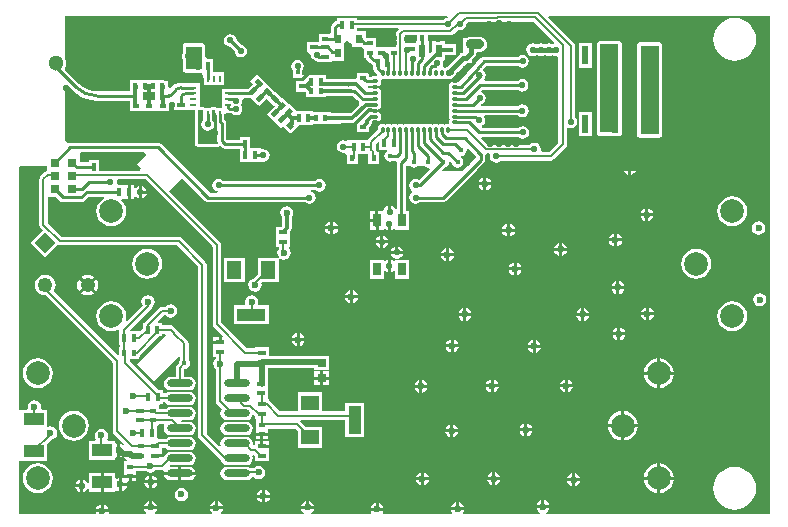
<source format=gtl>
G04 Layer_Physical_Order=1*
G04 Layer_Color=255*
%FSLAX25Y25*%
%MOIN*%
G70*
G01*
G75*
%ADD10C,0.01138*%
%ADD11R,0.01417X0.02598*%
%ADD12R,0.02598X0.01417*%
G04:AMPARAMS|DCode=13|XSize=14.17mil|YSize=25.98mil|CornerRadius=0mil|HoleSize=0mil|Usage=FLASHONLY|Rotation=315.000|XOffset=0mil|YOffset=0mil|HoleType=Round|Shape=Rectangle|*
%AMROTATEDRECTD13*
4,1,4,-0.01420,-0.00418,0.00418,0.01420,0.01420,0.00418,-0.00418,-0.01420,-0.01420,-0.00418,0.0*
%
%ADD13ROTATEDRECTD13*%

%ADD14R,0.03150X0.03150*%
%ADD15R,0.01969X0.01575*%
%ADD16R,0.01575X0.01969*%
G04:AMPARAMS|DCode=17|XSize=14.17mil|YSize=25.98mil|CornerRadius=0mil|HoleSize=0mil|Usage=FLASHONLY|Rotation=225.000|XOffset=0mil|YOffset=0mil|HoleType=Round|Shape=Rectangle|*
%AMROTATEDRECTD17*
4,1,4,-0.00418,0.01420,0.01420,-0.00418,0.00418,-0.01420,-0.01420,0.00418,-0.00418,0.01420,0.0*
%
%ADD17ROTATEDRECTD17*%

G04:AMPARAMS|DCode=18|XSize=15.75mil|YSize=19.69mil|CornerRadius=0mil|HoleSize=0mil|Usage=FLASHONLY|Rotation=45.000|XOffset=0mil|YOffset=0mil|HoleType=Round|Shape=Rectangle|*
%AMROTATEDRECTD18*
4,1,4,0.00139,-0.01253,-0.01253,0.00139,-0.00139,0.01253,0.01253,-0.00139,0.00139,-0.01253,0.0*
%
%ADD18ROTATEDRECTD18*%

%ADD19R,0.03150X0.02559*%
%ADD20R,0.02362X0.00984*%
%ADD21R,0.00984X0.02362*%
%ADD22R,0.06693X0.06693*%
%ADD23R,0.01280X0.01673*%
%ADD24R,0.01673X0.00984*%
G04:AMPARAMS|DCode=25|XSize=15.75mil|YSize=19.69mil|CornerRadius=0mil|HoleSize=0mil|Usage=FLASHONLY|Rotation=315.000|XOffset=0mil|YOffset=0mil|HoleType=Round|Shape=Rectangle|*
%AMROTATEDRECTD25*
4,1,4,-0.01253,-0.00139,0.00139,0.01253,0.01253,0.00139,-0.00139,-0.01253,-0.01253,-0.00139,0.0*
%
%ADD25ROTATEDRECTD25*%

G04:AMPARAMS|DCode=26|XSize=19.69mil|YSize=11.81mil|CornerRadius=1.77mil|HoleSize=0mil|Usage=FLASHONLY|Rotation=0.000|XOffset=0mil|YOffset=0mil|HoleType=Round|Shape=RoundedRectangle|*
%AMROUNDEDRECTD26*
21,1,0.01969,0.00827,0,0,0.0*
21,1,0.01615,0.01181,0,0,0.0*
1,1,0.00354,0.00807,-0.00413*
1,1,0.00354,-0.00807,-0.00413*
1,1,0.00354,-0.00807,0.00413*
1,1,0.00354,0.00807,0.00413*
%
%ADD26ROUNDEDRECTD26*%
G04:AMPARAMS|DCode=27|XSize=19.69mil|YSize=11.81mil|CornerRadius=1.77mil|HoleSize=0mil|Usage=FLASHONLY|Rotation=90.000|XOffset=0mil|YOffset=0mil|HoleType=Round|Shape=RoundedRectangle|*
%AMROUNDEDRECTD27*
21,1,0.01969,0.00827,0,0,90.0*
21,1,0.01615,0.01181,0,0,90.0*
1,1,0.00354,0.00413,0.00807*
1,1,0.00354,0.00413,-0.00807*
1,1,0.00354,-0.00413,-0.00807*
1,1,0.00354,-0.00413,0.00807*
%
%ADD27ROUNDEDRECTD27*%
G04:AMPARAMS|DCode=28|XSize=19.69mil|YSize=19.69mil|CornerRadius=2.95mil|HoleSize=0mil|Usage=FLASHONLY|Rotation=0.000|XOffset=0mil|YOffset=0mil|HoleType=Round|Shape=RoundedRectangle|*
%AMROUNDEDRECTD28*
21,1,0.01969,0.01378,0,0,0.0*
21,1,0.01378,0.01969,0,0,0.0*
1,1,0.00591,0.00689,-0.00689*
1,1,0.00591,-0.00689,-0.00689*
1,1,0.00591,-0.00689,0.00689*
1,1,0.00591,0.00689,0.00689*
%
%ADD28ROUNDEDRECTD28*%
%ADD29R,0.02362X0.03150*%
%ADD30R,0.02559X0.04134*%
%ADD31R,0.02362X0.04331*%
%ADD32R,0.06693X0.04331*%
%ADD33O,0.08661X0.02362*%
%ADD34R,0.02362X0.06299*%
%ADD35R,0.05118X0.05906*%
%ADD36R,0.09449X0.04331*%
%ADD37R,0.05906X0.05118*%
%ADD38R,0.04331X0.09449*%
%ADD39C,0.00787*%
%ADD40C,0.00984*%
%ADD41C,0.01181*%
%ADD42C,0.01969*%
%ADD43C,0.01000*%
%ADD44C,0.01600*%
%ADD45C,0.00787*%
%ADD46C,0.01969*%
%ADD47C,0.01200*%
%ADD48C,0.00984*%
%ADD49C,0.03200*%
%ADD50R,0.05510X0.07813*%
%ADD51R,0.06323X0.29821*%
%ADD52C,0.01772*%
%ADD53C,0.04921*%
%ADD54P,0.06960X4X360.0*%
%ADD55C,0.05118*%
%ADD56C,0.07874*%
%ADD57C,0.02362*%
%ADD58C,0.02362*%
%ADD59C,0.02165*%
%ADD60C,0.02165*%
G36*
X137523Y182664D02*
X134722Y179863D01*
X136071Y178514D01*
X135619Y177423D01*
X122075D01*
Y181019D01*
X118690D01*
Y180320D01*
X115655D01*
Y182695D01*
X115655D01*
X115947Y183755D01*
X137071D01*
X137523Y182664D01*
D02*
G37*
G36*
X156700Y196527D02*
X156663Y196339D01*
Y194452D01*
X156230Y193805D01*
X156069Y192992D01*
X156230Y192179D01*
X156691Y191490D01*
X157379Y191030D01*
X158192Y190869D01*
X159005Y191030D01*
X159694Y191490D01*
X160154Y192179D01*
X160315Y192992D01*
X160268Y193231D01*
X160716Y193392D01*
X161048Y192896D01*
X161388Y192555D01*
Y187481D01*
X161445Y187190D01*
X161504Y186896D01*
X161504Y186896D01*
X161504Y186896D01*
X161507Y186891D01*
X161240Y186391D01*
X158209D01*
Y186512D01*
X154937D01*
Y197799D01*
X155452D01*
Y197824D01*
X156700D01*
Y196527D01*
D02*
G37*
G36*
X160637D02*
X160600Y196339D01*
Y193977D01*
X160602Y193965D01*
X160154Y193805D01*
X159721Y194452D01*
Y196339D01*
X159684Y196527D01*
Y197824D01*
X160637D01*
Y196527D01*
D02*
G37*
G36*
X247608Y182320D02*
Y181815D01*
X243038Y177245D01*
X236403D01*
X236212Y177707D01*
X237012Y178507D01*
X237642Y178698D01*
X238222Y179174D01*
X238576Y179835D01*
X238627Y180357D01*
X239142Y180550D01*
X239597Y180095D01*
X239684Y179658D01*
X240101Y179034D01*
X240724Y178618D01*
X241460Y178471D01*
X242196Y178618D01*
X242819Y179034D01*
X243236Y179658D01*
X243383Y180394D01*
X243236Y181130D01*
X242819Y181754D01*
X242567Y181922D01*
X242607Y182187D01*
X242717Y182423D01*
X243377Y182555D01*
X244001Y182972D01*
X244417Y183595D01*
X244564Y184331D01*
X244483Y184738D01*
X244944Y184984D01*
X247608Y182320D01*
D02*
G37*
G36*
X227861Y220567D02*
X227468D01*
Y219976D01*
X224121D01*
X223787Y220338D01*
Y222522D01*
X223939Y222674D01*
X227861D01*
Y220567D01*
D02*
G37*
G36*
X238019Y229196D02*
X238266Y228713D01*
X238146Y228548D01*
X237498Y228419D01*
X236809Y227958D01*
X236756Y227878D01*
X207972D01*
Y228362D01*
X201326D01*
Y227558D01*
X201201Y227533D01*
X200916Y227476D01*
X200915Y227476D01*
X200915Y227476D01*
X200673Y227315D01*
X200419Y227145D01*
X199631Y226358D01*
X199631Y226358D01*
X199631Y226357D01*
X199470Y226117D01*
X199299Y225862D01*
X199299Y225862D01*
X199299Y225861D01*
X199241Y225571D01*
X199183Y225277D01*
X199183Y225276D01*
X199183Y225276D01*
Y223425D01*
X198683Y223209D01*
X198155Y223505D01*
X198052Y223111D01*
X195397D01*
Y220434D01*
X191343D01*
Y217048D01*
X191463D01*
X192503Y216221D01*
X192663Y215415D01*
X193120Y214731D01*
X193804Y214274D01*
X194101Y214215D01*
X195083Y213701D01*
X195083Y213701D01*
X195083Y213701D01*
X199649D01*
Y214056D01*
X203665D01*
Y218780D01*
Y220145D01*
X204684Y220742D01*
X206421Y219767D01*
Y218780D01*
X208180D01*
X208208Y218764D01*
X209244D01*
X209351Y218664D01*
X209470Y218619D01*
X209576Y218548D01*
X209747Y218514D01*
X209909Y218453D01*
X210063Y218353D01*
X210342Y218087D01*
Y217566D01*
X210357Y217558D01*
Y215039D01*
X210891D01*
X210928Y214854D01*
X210980Y214776D01*
X211009Y214687D01*
X211142Y214533D01*
X211256Y214363D01*
X211334Y214311D01*
X211395Y214240D01*
X212327Y213512D01*
Y213492D01*
X213138Y212859D01*
Y211497D01*
Y211166D01*
X213530D01*
X213585Y210979D01*
X213630Y210754D01*
X213670Y210695D01*
X213690Y210626D01*
X213834Y210448D01*
X213961Y210258D01*
X214714Y209504D01*
D01*
D01*
X214628Y209221D01*
X214572Y209036D01*
X214364Y208977D01*
X213094D01*
X212826Y208923D01*
X212666Y208891D01*
X211948D01*
Y210134D01*
X211939D01*
X211933Y210118D01*
X207995D01*
Y208792D01*
X207129Y208032D01*
X203665D01*
Y208150D01*
X197523D01*
Y209449D01*
X190919D01*
X190909Y209449D01*
X189738Y209474D01*
Y210995D01*
X190061Y211477D01*
X190221Y212284D01*
X190061Y213090D01*
X189604Y213774D01*
X188920Y214231D01*
X188114Y214391D01*
X187308Y214231D01*
X186624Y213774D01*
X186167Y213090D01*
X186007Y212284D01*
X186167Y211477D01*
X186490Y210995D01*
Y208445D01*
X187147D01*
X187622Y207461D01*
X187622Y207264D01*
Y203819D01*
X190764D01*
X190869Y203714D01*
Y202047D01*
X197563D01*
Y202362D01*
X199727D01*
Y202244D01*
X203665D01*
Y202362D01*
X206733D01*
X208307Y200788D01*
X208464Y199507D01*
X208378Y199189D01*
X205882Y196693D01*
X202484D01*
Y196733D01*
X199138D01*
Y196930D01*
X193389D01*
Y197244D01*
X187827D01*
X185430Y199641D01*
X183203Y201869D01*
X182934Y201600D01*
X180562Y203972D01*
X180478Y203888D01*
X177973Y206394D01*
X177973Y206394D01*
X174744Y209623D01*
X172350Y207229D01*
X173201Y206379D01*
X171635Y204813D01*
X165082D01*
X164542Y204705D01*
X162917D01*
Y201753D01*
Y198504D01*
X161366D01*
X161347Y198533D01*
X161021Y198751D01*
X160637Y198827D01*
X159684D01*
X159300Y198751D01*
X158974Y198533D01*
X158955Y198504D01*
X157429D01*
X157410Y198533D01*
X157084Y198751D01*
X156700Y198827D01*
X155452D01*
X155436Y199943D01*
Y201753D01*
Y206673D01*
X153811D01*
X153271Y206781D01*
X150515D01*
X149334Y206786D01*
X148261Y206644D01*
X148217Y206626D01*
X147260Y206230D01*
X146401Y205571D01*
X145998Y205045D01*
X144945Y205505D01*
X144890Y205542D01*
X144807Y205993D01*
Y207560D01*
X132208D01*
Y205993D01*
X132122Y205528D01*
X132190Y205206D01*
X132135Y204025D01*
X121311D01*
X121241Y204011D01*
X119665Y204166D01*
X118083Y204646D01*
X116624Y205426D01*
X115400Y206430D01*
X115360Y206490D01*
X110666Y211184D01*
Y211922D01*
X110889Y212461D01*
X111011Y213386D01*
X110889Y214311D01*
X110666Y214850D01*
Y229213D01*
X237993D01*
X238019Y229196D01*
D02*
G37*
G36*
X221820Y224574D02*
X221361Y224114D01*
X221206Y223883D01*
X221053Y223654D01*
X221053Y223653D01*
X221053Y223653D01*
X220999Y223378D01*
X220945Y223110D01*
Y218599D01*
X218215D01*
X218215Y218599D01*
X218052Y218599D01*
X217564Y218630D01*
X217461Y218652D01*
X217277Y218718D01*
X217172Y218713D01*
X217069Y218734D01*
X216877Y218698D01*
X216681Y218689D01*
X216586Y218644D01*
X216482Y218625D01*
X216417Y218599D01*
X214311D01*
Y221748D01*
X210767D01*
Y223914D01*
X207972D01*
Y225036D01*
X221629D01*
X221820Y224574D01*
D02*
G37*
G36*
X345468Y178925D02*
X345468Y117047D01*
X345469Y63031D01*
X270995D01*
X270879Y63531D01*
X271490Y63939D01*
X271972Y64661D01*
X272042Y65012D01*
X267793D01*
X267863Y64661D01*
X268345Y63939D01*
X268955Y63531D01*
X268840Y63031D01*
X243441D01*
X243174Y63531D01*
X243507Y64031D01*
X243577Y64382D01*
X239328D01*
X239398Y64031D01*
X239732Y63531D01*
X239465Y63031D01*
X216748D01*
X216481Y63531D01*
X216657Y63795D01*
X216727Y64146D01*
X212478D01*
X212548Y63795D01*
X212724Y63531D01*
X212457Y63031D01*
X192861D01*
X192709Y63531D01*
X193025Y63743D01*
X193507Y64464D01*
X193577Y64815D01*
X189328D01*
X189398Y64464D01*
X189880Y63743D01*
X190196Y63531D01*
X190045Y63031D01*
X162683D01*
X162532Y63531D01*
X162671Y63624D01*
X163153Y64346D01*
X163223Y64697D01*
X158974D01*
X159044Y64346D01*
X159526Y63624D01*
X159665Y63531D01*
X159514Y63031D01*
X140656D01*
X140504Y63531D01*
X140702Y63664D01*
X141184Y64385D01*
X141254Y64736D01*
X137006D01*
X137075Y64385D01*
X137557Y63664D01*
X137756Y63531D01*
X137604Y63031D01*
X125457D01*
X125100Y63531D01*
X125113Y63595D01*
X120864D01*
X120876Y63531D01*
X120520Y63031D01*
X95350D01*
X95350Y80790D01*
X95850Y80850D01*
X104518D01*
Y86432D01*
X105941Y87855D01*
X106595Y87985D01*
X107317Y88467D01*
X107799Y89188D01*
X107968Y90039D01*
X107799Y90890D01*
X107317Y91612D01*
X106595Y92094D01*
X105744Y92263D01*
X105018Y92119D01*
X104518Y92399D01*
Y97811D01*
X102986D01*
X102575Y98311D01*
X102653Y98701D01*
X102484Y99552D01*
X102002Y100273D01*
X101280Y100755D01*
X100429Y100925D01*
X99578Y100755D01*
X98857Y100273D01*
X98375Y99552D01*
X98205Y98701D01*
X98283Y98311D01*
X97873Y97811D01*
X95850D01*
X95825Y97811D01*
X95350Y97872D01*
X95350Y133465D01*
X95192Y178570D01*
X95545Y178924D01*
X104615Y178924D01*
Y177395D01*
X104290Y177331D01*
X103829Y177023D01*
X102427Y175621D01*
X102119Y175160D01*
X102011Y174617D01*
Y159480D01*
X102119Y158936D01*
X102427Y158475D01*
X103234Y157668D01*
X99094Y153528D01*
X103988Y148634D01*
X108191Y152837D01*
X108274Y152782D01*
X108817Y152674D01*
X108817Y152674D01*
X147912D01*
X154953Y145632D01*
Y89252D01*
X155061Y88708D01*
X155369Y88247D01*
X162511Y81105D01*
X162587Y80724D01*
X163069Y80002D01*
X163791Y79520D01*
X164642Y79351D01*
X170941D01*
X171792Y79520D01*
X172513Y80002D01*
X172995Y80724D01*
X173165Y81575D01*
X173034Y82232D01*
X173278Y82707D01*
X173356Y82785D01*
X173485Y82805D01*
X173866Y82458D01*
Y80701D01*
X178464D01*
Y83929D01*
Y85137D01*
X176165D01*
Y85637D01*
X175665D01*
Y87346D01*
X173866D01*
Y86264D01*
X173530Y86140D01*
X173152Y86511D01*
X173165Y86575D01*
X172995Y87426D01*
X172513Y88147D01*
X171792Y88629D01*
X170941Y88799D01*
X164642D01*
X163791Y88629D01*
X163069Y88147D01*
X162587Y87426D01*
X162418Y86575D01*
X162579Y85763D01*
X162557Y85734D01*
X162022Y85614D01*
X157795Y89841D01*
Y146221D01*
X157687Y146764D01*
X157379Y147225D01*
X149505Y155099D01*
X149044Y155407D01*
X148500Y155515D01*
X109406D01*
X104853Y160069D01*
Y168761D01*
X107502D01*
X108695Y167568D01*
X109214Y167222D01*
X109826Y167100D01*
X116013D01*
X116625Y167222D01*
X117144Y167568D01*
X118430Y168855D01*
X123637D01*
X123736Y168355D01*
X123530Y168269D01*
X122499Y167478D01*
X121707Y166446D01*
X121210Y165245D01*
X121040Y163957D01*
X121210Y162668D01*
X121707Y161467D01*
X122499Y160436D01*
X123530Y159644D01*
X124731Y159147D01*
X126020Y158977D01*
X127308Y159147D01*
X128509Y159644D01*
X129541Y160436D01*
X130332Y161467D01*
X130830Y162668D01*
X130999Y163957D01*
X130830Y165245D01*
X130332Y166446D01*
X129541Y167478D01*
X129275Y167682D01*
X129436Y168155D01*
X131438D01*
Y170454D01*
Y172753D01*
X128152D01*
X127778Y173253D01*
X127875Y173742D01*
X127805Y174097D01*
X128215Y174597D01*
X137441D01*
X159874Y152164D01*
Y126299D01*
X159983Y125756D01*
X160291Y125295D01*
X163139Y122446D01*
X162948Y121984D01*
X162819D01*
Y120275D01*
X162319D01*
Y119775D01*
X160020D01*
Y118567D01*
Y115339D01*
X160859D01*
Y114784D01*
X160707Y114683D01*
X160225Y113961D01*
X160056Y113110D01*
X160225Y112259D01*
X160707Y111538D01*
X160866Y111432D01*
Y100623D01*
X160974Y100079D01*
X161282Y99618D01*
X162942Y97957D01*
X162587Y97426D01*
X162418Y96575D01*
X162587Y95724D01*
X163069Y95002D01*
X163791Y94520D01*
X164642Y94351D01*
X170941D01*
X171792Y94520D01*
X172513Y95002D01*
X172995Y95724D01*
X173045Y95972D01*
X173523Y96117D01*
X173866Y95775D01*
Y94716D01*
X174153Y94622D01*
Y91047D01*
Y90185D01*
X176138D01*
X178122D01*
Y91493D01*
X187400D01*
X188327Y90566D01*
Y85063D01*
X196232D01*
Y92181D01*
X190730D01*
X188993Y93918D01*
X188952Y93945D01*
X189104Y94445D01*
X204075D01*
Y88606D01*
X210405D01*
Y100055D01*
X204075D01*
Y97287D01*
X196232D01*
Y103598D01*
X188327D01*
Y97287D01*
X182273D01*
X178902Y100657D01*
X178546Y100895D01*
X178464Y101361D01*
X178397Y101599D01*
X178398D01*
X178397Y101599D01*
Y104827D01*
Y108244D01*
X178188D01*
Y111599D01*
X193563D01*
Y111224D01*
X198713D01*
Y115783D01*
X193563D01*
Y115646D01*
X178437D01*
Y118559D01*
X173839D01*
Y118271D01*
X171333D01*
X162716Y126888D01*
Y152753D01*
X162716Y152753D01*
X162608Y153296D01*
X162300Y153758D01*
X162300Y153758D01*
X145213Y170845D01*
X149557Y175189D01*
X157270Y167476D01*
X157766Y167144D01*
X158352Y167028D01*
X190586D01*
X191233Y166595D01*
X192045Y166434D01*
X192858Y166595D01*
X193547Y167056D01*
X194007Y167745D01*
X194169Y168557D01*
X194007Y169370D01*
X193547Y170059D01*
X192858Y170519D01*
X192438Y170603D01*
X192487Y171103D01*
X193870D01*
X194518Y170670D01*
X195330Y170509D01*
X196143Y170670D01*
X196832Y171131D01*
X197292Y171819D01*
X197454Y172632D01*
X197292Y173445D01*
X196832Y174134D01*
X196143Y174594D01*
X195330Y174756D01*
X194518Y174594D01*
X193870Y174161D01*
X163305D01*
X162657Y174594D01*
X161845Y174756D01*
X161032Y174594D01*
X160343Y174134D01*
X159883Y173445D01*
X159721Y172632D01*
X159883Y171819D01*
X160343Y171131D01*
X161032Y170670D01*
X161452Y170587D01*
X161403Y170087D01*
X158985D01*
X151827Y177245D01*
X151804D01*
X142710Y186339D01*
X142219Y186667D01*
X141640Y186782D01*
X141640Y186782D01*
X112322D01*
X111847Y186687D01*
X111678Y186709D01*
X110666Y187367D01*
Y205162D01*
X111757Y205614D01*
X113120Y204250D01*
X113117Y204246D01*
X114500Y203065D01*
X116050Y202115D01*
X117730Y201419D01*
X119499Y200995D01*
X121311Y200852D01*
Y200857D01*
X132208D01*
Y197323D01*
X136146D01*
Y197323D01*
X136538D01*
Y197323D01*
X140476D01*
Y197323D01*
X141263D01*
Y197323D01*
X145201D01*
Y200032D01*
X146027Y200471D01*
X147051Y199755D01*
Y197835D01*
X151106D01*
Y197815D01*
X153920D01*
X153934Y197799D01*
Y190110D01*
X153920Y190040D01*
X153934Y189970D01*
Y186512D01*
X154010Y186127D01*
X154227Y185802D01*
X154553Y185584D01*
X154937Y185508D01*
X157758D01*
X157825Y185464D01*
X158209Y185387D01*
X161240D01*
X161385Y185416D01*
X161531Y185430D01*
X161575Y185454D01*
X161624Y185464D01*
X161747Y185545D01*
X161868Y185610D01*
X162523D01*
X163028Y185229D01*
X163282Y185059D01*
X163518Y184901D01*
X163519Y184901D01*
X163519Y184901D01*
X163805Y184844D01*
X164097Y184786D01*
X164098Y184786D01*
X164098Y184786D01*
X168862D01*
Y180473D01*
X175476D01*
X175476Y180473D01*
X176652Y180460D01*
X176696Y180452D01*
X177503Y180612D01*
X178186Y181069D01*
X178643Y181753D01*
X178803Y182559D01*
X178643Y183365D01*
X178186Y184049D01*
X177503Y184506D01*
X176696Y184666D01*
X176657Y184659D01*
X175476Y185039D01*
Y185039D01*
X172248D01*
Y188582D01*
X168862D01*
Y187812D01*
X164725D01*
X164430Y188108D01*
Y193189D01*
X164430Y193189D01*
X164315Y193768D01*
X163987Y194259D01*
X163642Y194604D01*
Y196175D01*
X163756Y196304D01*
X164069Y196538D01*
X164432Y196707D01*
X164786Y196786D01*
X164897Y196712D01*
X165476Y196597D01*
X165476Y196597D01*
X166186D01*
X166834Y196163D01*
X167641Y196003D01*
X168447Y196163D01*
X169131Y196620D01*
X169588Y197303D01*
X169748Y198110D01*
X169588Y198916D01*
X169206Y199488D01*
X169588Y200060D01*
X169748Y200866D01*
X170388Y201645D01*
X172445D01*
X172648Y201686D01*
X175255Y199079D01*
X177100Y200924D01*
X178056Y201467D01*
X180429Y199094D01*
X180418Y199084D01*
X180447Y199056D01*
X177862Y196472D01*
X180145Y194189D01*
X182539Y191795D01*
X183227Y192483D01*
X185823Y189887D01*
X188329Y192392D01*
Y192392D01*
X188447Y192678D01*
X193389D01*
Y192992D01*
X199138D01*
Y193189D01*
X202484D01*
Y193307D01*
X206342D01*
X206342Y193307D01*
X206441Y193356D01*
X206738Y193419D01*
X206814Y193434D01*
X207684Y192972D01*
X207961Y192746D01*
X207995Y192699D01*
Y190433D01*
X211933D01*
X211939Y190418D01*
X211948D01*
Y191896D01*
X212292Y192239D01*
X212292Y192239D01*
X212643Y192765D01*
X212767Y193386D01*
X212767Y193386D01*
Y193501D01*
X213195Y193929D01*
X213901D01*
X213947Y193938D01*
X214708D01*
X215168Y194030D01*
X215557Y194290D01*
X215817Y194679D01*
X215909Y195139D01*
Y195965D01*
X215817Y196425D01*
X215557Y196814D01*
X215168Y197074D01*
X214708Y197166D01*
X213937D01*
X213901Y197173D01*
X212523D01*
X212523Y197173D01*
X212523D01*
X212039Y197076D01*
X211617Y197318D01*
X211613Y197369D01*
X212073Y197866D01*
X213901D01*
X213947Y197875D01*
X214708D01*
X215168Y197967D01*
X215557Y198227D01*
X215817Y198616D01*
X215909Y199076D01*
Y199902D01*
X215817Y200362D01*
X215743Y200473D01*
X215817Y200584D01*
X215909Y201044D01*
Y201870D01*
X215817Y202330D01*
X215742Y202442D01*
X215817Y202553D01*
X215909Y203013D01*
Y203839D01*
X215817Y204299D01*
X215557Y204688D01*
X215168Y204948D01*
X214708Y205040D01*
X213094D01*
X212634Y204948D01*
X212631Y204946D01*
X211540D01*
Y205833D01*
X212675D01*
X213094Y205749D01*
X214708D01*
X215168Y205841D01*
X215557Y206101D01*
X215817Y206490D01*
X215909Y206950D01*
Y207432D01*
X216016Y207807D01*
X216391Y207914D01*
X216873D01*
X217333Y208006D01*
X217444Y208081D01*
X217556Y208006D01*
X218016Y207914D01*
X218842D01*
X219302Y208006D01*
X219413Y208080D01*
X219524Y208006D01*
X219984Y207914D01*
X220810D01*
X221270Y208006D01*
X221381Y208081D01*
X221493Y208006D01*
X221953Y207914D01*
X222779D01*
X223239Y208006D01*
X223350Y208080D01*
X223461Y208006D01*
X223921Y207914D01*
X224747D01*
X225207Y208006D01*
X225319Y208081D01*
X225430Y208006D01*
X225890Y207914D01*
X226716D01*
X227176Y208006D01*
X227287Y208080D01*
X227398Y208006D01*
X227858Y207914D01*
X228684D01*
X229144Y208006D01*
X229256Y208081D01*
X229367Y208006D01*
X229827Y207914D01*
X230653D01*
X231113Y208006D01*
X231224Y208080D01*
X231335Y208006D01*
X231795Y207914D01*
X232621D01*
X233081Y208006D01*
X233192Y208081D01*
X233304Y208006D01*
X233764Y207914D01*
X234590D01*
X235050Y208006D01*
X235161Y208080D01*
X235272Y208006D01*
X235732Y207914D01*
X236558D01*
X237018Y208006D01*
X237129Y208081D01*
X237241Y208006D01*
X237701Y207914D01*
X238527D01*
X238987Y208006D01*
X239202Y208150D01*
X239277Y208200D01*
D01*
D01*
X239406Y208225D01*
X240002Y208623D01*
X240593Y209214D01*
X240991Y209810D01*
X241039Y210055D01*
X241433Y210448D01*
X241786Y210801D01*
D01*
X244189Y213205D01*
X244216D01*
X244456Y213252D01*
X246200D01*
Y214429D01*
X247088Y215316D01*
X247089Y215316D01*
X247089Y215316D01*
X247286Y215612D01*
X247486Y215911D01*
X247486Y215911D01*
X247487Y215912D01*
X247562Y216289D01*
X247626Y216613D01*
X247961Y216945D01*
X248744D01*
X249423Y217034D01*
X250055Y217296D01*
X250598Y217713D01*
X251015Y218256D01*
X251277Y218888D01*
X251366Y219567D01*
X251277Y220246D01*
X251015Y220878D01*
X250598Y221421D01*
X250055Y221838D01*
X249423Y222100D01*
X248744Y222189D01*
X245791D01*
X245112Y222100D01*
X244500Y221847D01*
X243216D01*
Y219927D01*
X243169Y219567D01*
X243216Y219207D01*
Y217287D01*
X243216Y217287D01*
X243119Y216828D01*
X242231D01*
Y216405D01*
X242131Y216338D01*
X237997Y212204D01*
X237814Y211930D01*
X237701D01*
X237241Y211838D01*
X237227Y211828D01*
X236712Y211970D01*
X236485Y212386D01*
X236532Y212455D01*
X236693Y213268D01*
X236600Y213737D01*
X236983Y214236D01*
X237342D01*
Y216007D01*
X241083D01*
Y219583D01*
X237342D01*
Y220567D01*
X232980D01*
Y217384D01*
X232292Y216696D01*
X231830Y216887D01*
Y220567D01*
X231436D01*
Y222674D01*
X239098D01*
X239642Y222782D01*
X240103Y223090D01*
X241496Y224483D01*
X242248Y224334D01*
X243061Y224495D01*
X243749Y224956D01*
X244210Y225644D01*
X244371Y226457D01*
X244353Y226552D01*
X244930Y227129D01*
X254572D01*
X254616Y227138D01*
X266722D01*
X273604Y220256D01*
X273484Y219806D01*
X272992Y219679D01*
X272841Y219780D01*
X272029Y219942D01*
X271216Y219780D01*
X271027Y219654D01*
X270275D01*
X270085Y219780D01*
X269273Y219942D01*
X268460Y219780D01*
X268271Y219654D01*
X267519D01*
X267329Y219780D01*
X266517Y219942D01*
X265704Y219780D01*
X265015Y219320D01*
X264555Y218631D01*
X264393Y217818D01*
X264555Y217006D01*
X265015Y216317D01*
X265704Y215857D01*
X266517Y215695D01*
X267329Y215857D01*
X267519Y215983D01*
X268271D01*
X268460Y215857D01*
X269273Y215695D01*
X270085Y215857D01*
X270275Y215983D01*
X271027D01*
X271216Y215857D01*
X272029Y215695D01*
X272841Y215857D01*
X273031Y215983D01*
X273389D01*
X273578Y215857D01*
X274391Y215695D01*
X274693Y215755D01*
X275079Y215438D01*
Y186888D01*
X271920Y183729D01*
X269481D01*
X269111Y184229D01*
X269210Y184725D01*
X269048Y185538D01*
X268588Y186226D01*
X267899Y186687D01*
X267086Y186848D01*
X266274Y186687D01*
X265585Y186226D01*
X265531Y186146D01*
X251497D01*
X249389Y188254D01*
X249580Y188716D01*
X261745D01*
X262392Y188283D01*
X263205Y188122D01*
X264018Y188283D01*
X264706Y188744D01*
X265167Y189433D01*
X265328Y190245D01*
X265167Y191058D01*
X264706Y191747D01*
X264018Y192207D01*
X263205Y192368D01*
X262392Y192207D01*
X261745Y191774D01*
X249717D01*
X249593Y191942D01*
X249731Y192582D01*
X250087Y192820D01*
X250547Y193509D01*
X250709Y194321D01*
X250547Y195134D01*
X250308Y195491D01*
X250576Y195991D01*
X261590D01*
X262237Y195558D01*
X263050Y195397D01*
X263862Y195558D01*
X264551Y196019D01*
X265011Y196707D01*
X265173Y197520D01*
X265011Y198333D01*
X264551Y199021D01*
X263862Y199482D01*
X263050Y199643D01*
X262237Y199482D01*
X261590Y199049D01*
X249519D01*
X249126Y199549D01*
X249135Y199588D01*
X249605Y199681D01*
X250294Y200142D01*
X250754Y200831D01*
X250916Y201643D01*
X250754Y202456D01*
X250294Y203145D01*
X249605Y203605D01*
X249391Y203648D01*
X249246Y204126D01*
X249574Y204455D01*
X261461D01*
X262134Y204005D01*
X262947Y203843D01*
X263759Y204005D01*
X264448Y204465D01*
X264908Y205154D01*
X265070Y205967D01*
X264908Y206779D01*
X264448Y207468D01*
X263759Y207929D01*
X262947Y208090D01*
X262134Y207929D01*
X261513Y207513D01*
X250610D01*
X250342Y208013D01*
X250629Y208443D01*
X250721Y208904D01*
X250747Y208943D01*
X250863Y209528D01*
X250747Y210113D01*
X250415Y210610D01*
X249970Y210907D01*
X249912Y211185D01*
X249951Y211504D01*
X250886Y212440D01*
X261647D01*
X262294Y212007D01*
X263107Y211846D01*
X263920Y212007D01*
X264609Y212468D01*
X265069Y213156D01*
X265230Y213969D01*
X265069Y214782D01*
X264609Y215471D01*
X263920Y215931D01*
X263107Y216092D01*
X262294Y215931D01*
X261647Y215498D01*
X250253D01*
X249668Y215382D01*
X249171Y215050D01*
X247701Y213580D01*
X247517Y213306D01*
X247337Y213170D01*
X241781Y206948D01*
X241480Y207008D01*
X239866D01*
X239406Y206916D01*
X239017Y206656D01*
X238757Y206267D01*
X238665Y205807D01*
Y204981D01*
X238757Y204521D01*
X238831Y204410D01*
X238757Y204299D01*
X238665Y203839D01*
Y203013D01*
X238757Y202553D01*
X238831Y202442D01*
X238757Y202330D01*
X238665Y201870D01*
Y201044D01*
X238757Y200584D01*
X238831Y200473D01*
X238757Y200362D01*
X238665Y199902D01*
Y199076D01*
X238757Y198616D01*
X238831Y198504D01*
X238757Y198393D01*
X238665Y197933D01*
Y197107D01*
X238757Y196647D01*
X238831Y196536D01*
X238757Y196425D01*
X238665Y195965D01*
Y195139D01*
X238757Y194679D01*
X238831Y194568D01*
X238757Y194456D01*
X238665Y193996D01*
Y193514D01*
X238558Y193139D01*
X238183Y193032D01*
X237701D01*
X237241Y192940D01*
X237129Y192866D01*
X237018Y192940D01*
X236558Y193032D01*
X235732D01*
X235272Y192940D01*
X235161Y192866D01*
X235050Y192940D01*
X234590Y193032D01*
X233764D01*
X233304Y192940D01*
X233192Y192866D01*
X233081Y192940D01*
X232621Y193032D01*
X231795D01*
X231335Y192940D01*
X231224Y192866D01*
X231113Y192940D01*
X230653Y193032D01*
X229827D01*
X229367Y192940D01*
X229256Y192866D01*
X229144Y192940D01*
X228684Y193032D01*
X227858D01*
X227398Y192940D01*
X227287Y192866D01*
X227176Y192940D01*
X226716Y193032D01*
X225890D01*
X225430Y192940D01*
X225319Y192866D01*
X225207Y192940D01*
X224747Y193032D01*
X223921D01*
X223461Y192940D01*
X223350Y192866D01*
X223239Y192940D01*
X222779Y193032D01*
X221953D01*
X221493Y192940D01*
X221381Y192866D01*
X221270Y192940D01*
X220810Y193032D01*
X219984D01*
X219524Y192940D01*
X219413Y192866D01*
X219302Y192940D01*
X218842Y193032D01*
X218016D01*
X217556Y192940D01*
X217444Y192866D01*
X217333Y192940D01*
X216873Y193032D01*
X216047D01*
X215587Y192940D01*
X215198Y192680D01*
X214938Y192291D01*
X214846Y191831D01*
Y191223D01*
X213074Y189450D01*
X211879Y188256D01*
X211836Y188190D01*
X211727Y188080D01*
X211536Y187795D01*
X205082D01*
Y187795D01*
X203901Y187494D01*
X203271Y187619D01*
X202465Y187459D01*
X201781Y187002D01*
X201324Y186319D01*
X201164Y185512D01*
X201324Y184705D01*
X201781Y184022D01*
X202465Y183565D01*
X203271Y183405D01*
X203468Y183444D01*
X204585Y182679D01*
X204649Y182566D01*
Y179606D01*
X204969D01*
X205106Y179354D01*
X205260Y179590D01*
X208208D01*
Y183213D01*
X211693D01*
Y181969D01*
X211720Y181832D01*
Y179590D01*
X215296D01*
Y183560D01*
X214535D01*
Y183937D01*
X214427Y184481D01*
X214141Y184908D01*
Y186498D01*
X214842Y187199D01*
X215303Y187008D01*
Y184394D01*
X217766D01*
X217917Y183894D01*
X217659Y183722D01*
X217243Y183098D01*
X217096Y182362D01*
X217243Y181626D01*
X217659Y181002D01*
X218283Y180586D01*
X219019Y180439D01*
X219755Y180586D01*
X220124Y180833D01*
X220825D01*
X221235Y180333D01*
X221203Y180170D01*
Y177245D01*
Y164780D01*
X221024Y164717D01*
X220703Y164697D01*
X220293Y165311D01*
X219604Y165771D01*
X219291Y165833D01*
Y163809D01*
X218291D01*
Y165833D01*
X217979Y165771D01*
X217290Y165311D01*
X216829Y164622D01*
X216703Y163986D01*
X215022D01*
Y160919D01*
X214522D01*
Y160419D01*
X212243D01*
Y157852D01*
X213668D01*
X213843Y157736D01*
X214155Y157674D01*
Y159698D01*
X215155D01*
Y157674D01*
X215468Y157736D01*
X215642Y157852D01*
X216802D01*
Y158092D01*
X217302Y158216D01*
X217942Y157788D01*
X218254Y157726D01*
Y159750D01*
X219254D01*
Y157726D01*
X219567Y157788D01*
X220207Y158216D01*
X220707Y158092D01*
Y157852D01*
X225266D01*
Y163986D01*
X224261D01*
Y178924D01*
X225698D01*
X226157Y178618D01*
X226893Y178471D01*
X227629Y178618D01*
X228088Y178924D01*
X230423D01*
X230882Y178618D01*
X231618Y178471D01*
X232024Y178552D01*
X232270Y178091D01*
X228581Y174402D01*
X228294Y174594D01*
X227481Y174756D01*
X226669Y174594D01*
X225980Y174134D01*
X225519Y173445D01*
X225358Y172632D01*
X225519Y171819D01*
X225980Y171131D01*
X226338Y170891D01*
Y170290D01*
X225992Y170059D01*
X225532Y169370D01*
X225370Y168557D01*
X225532Y167745D01*
X225992Y167056D01*
X226681Y166595D01*
X227493Y166434D01*
X228306Y166595D01*
X228953Y167028D01*
X236513D01*
X237099Y167144D01*
X237595Y167476D01*
X247826Y177707D01*
X249043Y178924D01*
X250218Y180100D01*
X250550Y180596D01*
X250666Y181181D01*
Y182843D01*
X250766Y183033D01*
X251106Y183304D01*
X251923D01*
X252293Y182804D01*
X252194Y182308D01*
X252356Y181495D01*
X252816Y180806D01*
X253505Y180346D01*
X254317Y180184D01*
X255130Y180346D01*
X255819Y180806D01*
X255873Y180887D01*
X272509D01*
X273052Y180995D01*
X273513Y181303D01*
X277505Y185294D01*
X277813Y185755D01*
X277921Y186299D01*
Y191625D01*
X278421Y191853D01*
X279156Y191707D01*
X279968Y191869D01*
X280657Y192329D01*
X281118Y193018D01*
X281279Y193831D01*
X281118Y194643D01*
X280657Y195332D01*
X280577Y195386D01*
Y219173D01*
X280468Y219717D01*
X280160Y220178D01*
X271587Y228751D01*
X271779Y229213D01*
X345468D01*
Y178925D01*
D02*
G37*
%LPC*%
G36*
X165673Y223052D02*
X164866Y222892D01*
X164183Y222435D01*
X163726Y221751D01*
X163566Y220945D01*
X163726Y220139D01*
X164183Y219455D01*
X164866Y218998D01*
X165632Y218846D01*
X167117Y217361D01*
X167269Y216596D01*
X167726Y215912D01*
X168410Y215455D01*
X169216Y215295D01*
X170022Y215455D01*
X170706Y215912D01*
X171163Y216596D01*
X171323Y217402D01*
X171163Y218209D01*
X170706Y218892D01*
X170022Y219349D01*
X169257Y219501D01*
X167772Y220986D01*
X167620Y221751D01*
X167163Y222435D01*
X166480Y222892D01*
X165673Y223052D01*
D02*
G37*
G36*
X156307Y219997D02*
X150796D01*
X150412Y219921D01*
X150087Y219703D01*
X149869Y219377D01*
X149793Y218993D01*
Y216502D01*
X149749Y216437D01*
X149589Y215630D01*
X149749Y214824D01*
X149793Y214758D01*
Y211180D01*
X149869Y210796D01*
X149925Y210713D01*
Y210512D01*
X150059D01*
X150087Y210471D01*
X150412Y210253D01*
X150796Y210177D01*
X156307D01*
X156716Y209089D01*
Y208343D01*
X156679Y208169D01*
X156716Y207970D01*
Y205985D01*
X163605D01*
Y210315D01*
X159925D01*
Y214764D01*
X158169D01*
X157347Y215630D01*
X157310Y215817D01*
Y218993D01*
X157234Y219377D01*
X157016Y219703D01*
X156691Y219921D01*
X156307Y219997D01*
D02*
G37*
G36*
X240024Y92951D02*
Y91327D01*
X241648D01*
X241578Y91678D01*
X241096Y92399D01*
X240375Y92881D01*
X240024Y92951D01*
D02*
G37*
G36*
X266372Y90602D02*
X264748D01*
Y88978D01*
X265099Y89048D01*
X265821Y89530D01*
X266303Y90251D01*
X266372Y90602D01*
D02*
G37*
G36*
X263748D02*
X262124D01*
X262193Y90251D01*
X262676Y89530D01*
X263397Y89048D01*
X263748Y88978D01*
Y90602D01*
D02*
G37*
G36*
X239024Y92951D02*
X238673Y92881D01*
X237951Y92399D01*
X237469Y91678D01*
X237399Y91327D01*
X239024D01*
Y92951D01*
D02*
G37*
G36*
X170941Y93799D02*
X164642D01*
X163791Y93629D01*
X163069Y93147D01*
X162587Y92426D01*
X162418Y91575D01*
X162587Y90724D01*
X163069Y90002D01*
X163791Y89520D01*
X164642Y89351D01*
X170941D01*
X171792Y89520D01*
X172513Y90002D01*
X172995Y90724D01*
X173165Y91575D01*
X172995Y92426D01*
X172513Y93147D01*
X171792Y93629D01*
X170941Y93799D01*
D02*
G37*
G36*
X228748Y105130D02*
X227124D01*
X227193Y104779D01*
X227676Y104057D01*
X228397Y103575D01*
X228748Y103506D01*
Y105130D01*
D02*
G37*
G36*
X231372D02*
X229748D01*
Y103506D01*
X230099Y103575D01*
X230820Y104057D01*
X231303Y104779D01*
X231372Y105130D01*
D02*
G37*
G36*
X252488Y105248D02*
X250864D01*
X250934Y104897D01*
X251416Y104175D01*
X252137Y103693D01*
X252488Y103624D01*
Y105248D01*
D02*
G37*
G36*
X297031Y97434D02*
Y93020D01*
X301445D01*
X301341Y93809D01*
X300844Y95009D01*
X300053Y96041D01*
X299021Y96832D01*
X297820Y97330D01*
X297031Y97434D01*
D02*
G37*
G36*
X263748Y93227D02*
X263397Y93157D01*
X262676Y92675D01*
X262193Y91953D01*
X262124Y91602D01*
X263748D01*
Y93227D01*
D02*
G37*
G36*
X264748D02*
Y91602D01*
X266372D01*
X266303Y91953D01*
X265821Y92675D01*
X265099Y93157D01*
X264748Y93227D01*
D02*
G37*
G36*
X296031Y97434D02*
X295243Y97330D01*
X294042Y96832D01*
X293010Y96041D01*
X292219Y95009D01*
X291722Y93809D01*
X291618Y93020D01*
X296031D01*
Y97434D01*
D02*
G37*
G36*
X122752Y91515D02*
X121901Y91346D01*
X121179Y90864D01*
X120697Y90142D01*
X120528Y89291D01*
X120697Y88440D01*
X120994Y87996D01*
X120727Y87496D01*
X118624D01*
Y81165D01*
X127316D01*
Y81890D01*
X127816Y82172D01*
X128039Y82127D01*
Y84252D01*
Y86376D01*
X127816Y86332D01*
X127316Y86614D01*
Y87496D01*
X124777D01*
X124510Y87996D01*
X124806Y88440D01*
X124976Y89291D01*
X124806Y90142D01*
X124325Y90864D01*
X123603Y91346D01*
X122752Y91515D01*
D02*
G37*
G36*
X178464Y87346D02*
X176665D01*
Y86137D01*
X178464D01*
Y87346D01*
D02*
G37*
G36*
X113539Y97499D02*
X112250Y97330D01*
X111050Y96832D01*
X110018Y96041D01*
X109227Y95009D01*
X108729Y93809D01*
X108560Y92520D01*
X108729Y91231D01*
X109227Y90030D01*
X110018Y88999D01*
X111050Y88207D01*
X112250Y87710D01*
X113539Y87540D01*
X114828Y87710D01*
X116029Y88207D01*
X117060Y88999D01*
X117852Y90030D01*
X118349Y91231D01*
X118519Y92520D01*
X118349Y93809D01*
X117852Y95009D01*
X117060Y96041D01*
X116029Y96832D01*
X114828Y97330D01*
X113539Y97499D01*
D02*
G37*
G36*
X309039Y79934D02*
Y75520D01*
X313453D01*
X313349Y76309D01*
X312852Y77509D01*
X312060Y78541D01*
X311029Y79332D01*
X309828Y79830D01*
X309039Y79934D01*
D02*
G37*
G36*
X152043Y78799D02*
X149394D01*
Y77075D01*
X154168D01*
X154098Y77426D01*
X153616Y78147D01*
X152894Y78629D01*
X152043Y78799D01*
D02*
G37*
G36*
X175127Y79140D02*
X174276Y78971D01*
X173554Y78489D01*
X173453Y78338D01*
X172229D01*
X171792Y78629D01*
X170941Y78799D01*
X164642D01*
X163791Y78629D01*
X163069Y78147D01*
X162587Y77426D01*
X162418Y76575D01*
X162587Y75724D01*
X163069Y75002D01*
X163791Y74520D01*
X164642Y74351D01*
X170941D01*
X171792Y74520D01*
X172513Y75002D01*
X172843Y75496D01*
X173453D01*
X173554Y75344D01*
X174276Y74862D01*
X175127Y74693D01*
X175978Y74862D01*
X176699Y75344D01*
X177181Y76066D01*
X177350Y76917D01*
X177181Y77768D01*
X176699Y78489D01*
X175978Y78971D01*
X175127Y79140D01*
D02*
G37*
G36*
X178122Y89185D02*
X176638D01*
Y87897D01*
X178122D01*
Y89185D01*
D02*
G37*
G36*
X239024Y90327D02*
X237399D01*
X237469Y89976D01*
X237951Y89254D01*
X238673Y88772D01*
X239024Y88702D01*
Y90327D01*
D02*
G37*
G36*
X241648D02*
X240024D01*
Y88702D01*
X240375Y88772D01*
X241096Y89254D01*
X241578Y89976D01*
X241648Y90327D01*
D02*
G37*
G36*
X296031Y92020D02*
X291618D01*
X291722Y91231D01*
X292219Y90030D01*
X293010Y88999D01*
X294042Y88207D01*
X295243Y87710D01*
X296031Y87606D01*
Y92020D01*
D02*
G37*
G36*
X301445D02*
X297031D01*
Y87606D01*
X297820Y87710D01*
X299021Y88207D01*
X300053Y88999D01*
X300844Y90030D01*
X301341Y91231D01*
X301445Y92020D01*
D02*
G37*
G36*
X175638Y89185D02*
X174153D01*
Y87897D01*
X175638D01*
Y89185D01*
D02*
G37*
G36*
X198713Y110665D02*
X196638D01*
Y108886D01*
X198713D01*
Y110665D01*
D02*
G37*
G36*
X308039Y114934D02*
X307251Y114830D01*
X306050Y114332D01*
X305018Y113541D01*
X304227Y112510D01*
X303729Y111309D01*
X303626Y110520D01*
X308039D01*
Y114934D01*
D02*
G37*
G36*
X309039D02*
Y110520D01*
X313453D01*
X313349Y111309D01*
X312852Y112510D01*
X312060Y113541D01*
X311029Y114332D01*
X309828Y114830D01*
X309039Y114934D01*
D02*
G37*
G36*
X277173Y107872D02*
X276822Y107803D01*
X276101Y107320D01*
X275619Y106599D01*
X275549Y106248D01*
X277173D01*
Y107872D01*
D02*
G37*
G36*
X278173D02*
Y106248D01*
X279798D01*
X279728Y106599D01*
X279246Y107320D01*
X278524Y107803D01*
X278173Y107872D01*
D02*
G37*
G36*
X195638Y110665D02*
X193563D01*
Y108886D01*
X195638D01*
Y110665D01*
D02*
G37*
G36*
X241766Y118595D02*
X240142D01*
Y116970D01*
X240493Y117040D01*
X241214Y117522D01*
X241696Y118244D01*
X241766Y118595D01*
D02*
G37*
G36*
X187803Y120721D02*
X186179D01*
X186249Y120370D01*
X186731Y119648D01*
X187452Y119166D01*
X187803Y119096D01*
Y120721D01*
D02*
G37*
G36*
X190427D02*
X188803D01*
Y119096D01*
X189154Y119166D01*
X189876Y119648D01*
X190358Y120370D01*
X190427Y120721D01*
D02*
G37*
G36*
X266504Y118476D02*
X264880D01*
X264949Y118125D01*
X265431Y117404D01*
X266153Y116922D01*
X266504Y116852D01*
Y118476D01*
D02*
G37*
G36*
X269128D02*
X267504D01*
Y116852D01*
X267855Y116922D01*
X268576Y117404D01*
X269058Y118125D01*
X269128Y118476D01*
D02*
G37*
G36*
X239142Y118595D02*
X237517D01*
X237587Y118244D01*
X238069Y117522D01*
X238791Y117040D01*
X239142Y116970D01*
Y118595D01*
D02*
G37*
G36*
X101532Y114999D02*
X100243Y114830D01*
X99042Y114332D01*
X98010Y113541D01*
X97219Y112510D01*
X96722Y111309D01*
X96552Y110020D01*
X96722Y108731D01*
X97219Y107530D01*
X98010Y106499D01*
X99042Y105707D01*
X100243Y105210D01*
X101532Y105040D01*
X102820Y105210D01*
X104021Y105707D01*
X105053Y106499D01*
X105844Y107530D01*
X106341Y108731D01*
X106511Y110020D01*
X106341Y111309D01*
X105844Y112510D01*
X105053Y113541D01*
X104021Y114332D01*
X102820Y114830D01*
X101532Y114999D01*
D02*
G37*
G36*
X308039Y109520D02*
X303626D01*
X303729Y108731D01*
X304227Y107530D01*
X305018Y106499D01*
X306050Y105707D01*
X307251Y105210D01*
X308039Y105106D01*
Y109520D01*
D02*
G37*
G36*
X313453D02*
X309039D01*
Y105106D01*
X309828Y105210D01*
X311029Y105707D01*
X312060Y106499D01*
X312852Y107530D01*
X313349Y108731D01*
X313453Y109520D01*
D02*
G37*
G36*
X255113Y105248D02*
X253488D01*
Y103624D01*
X253839Y103693D01*
X254561Y104175D01*
X255043Y104897D01*
X255113Y105248D01*
D02*
G37*
G36*
X277173D02*
X275549D01*
X275619Y104897D01*
X276101Y104175D01*
X276822Y103693D01*
X277173Y103624D01*
Y105248D01*
D02*
G37*
G36*
X279798D02*
X278173D01*
Y103624D01*
X278524Y103693D01*
X279246Y104175D01*
X279728Y104897D01*
X279798Y105248D01*
D02*
G37*
G36*
X229748Y107754D02*
Y106130D01*
X231372D01*
X231303Y106481D01*
X230820Y107202D01*
X230099Y107685D01*
X229748Y107754D01*
D02*
G37*
G36*
X252488Y107872D02*
X252137Y107803D01*
X251416Y107320D01*
X250934Y106599D01*
X250864Y106248D01*
X252488D01*
Y107872D01*
D02*
G37*
G36*
X253488D02*
Y106248D01*
X255113D01*
X255043Y106599D01*
X254561Y107320D01*
X253839Y107803D01*
X253488Y107872D01*
D02*
G37*
G36*
X195638Y107886D02*
X193563D01*
Y106106D01*
X195638D01*
Y107886D01*
D02*
G37*
G36*
X198713D02*
X196638D01*
Y106106D01*
X198713D01*
Y107886D01*
D02*
G37*
G36*
X228748Y107754D02*
X228397Y107685D01*
X227676Y107202D01*
X227193Y106481D01*
X227124Y106130D01*
X228748D01*
Y107754D01*
D02*
G37*
G36*
X308039Y79934D02*
X307251Y79830D01*
X306050Y79332D01*
X305018Y78541D01*
X304227Y77509D01*
X303729Y76309D01*
X303626Y75520D01*
X308039D01*
Y79934D01*
D02*
G37*
G36*
X176228Y68555D02*
X174604D01*
X174674Y68204D01*
X175156Y67483D01*
X175877Y67001D01*
X176228Y66931D01*
Y68555D01*
D02*
G37*
G36*
X178853D02*
X177228D01*
Y66931D01*
X177579Y67001D01*
X178301Y67483D01*
X178783Y68204D01*
X178853Y68555D01*
D02*
G37*
G36*
X149406Y71830D02*
X148555Y71661D01*
X147833Y71179D01*
X147351Y70457D01*
X147182Y69606D01*
X147351Y68755D01*
X147833Y68034D01*
X148555Y67552D01*
X149406Y67383D01*
X150257Y67552D01*
X150978Y68034D01*
X151460Y68755D01*
X151629Y69606D01*
X151460Y70457D01*
X150978Y71179D01*
X150257Y71661D01*
X149406Y71830D01*
D02*
G37*
G36*
X191953Y67439D02*
Y65815D01*
X193577D01*
X193507Y66166D01*
X193025Y66887D01*
X192304Y67370D01*
X191953Y67439D01*
D02*
G37*
G36*
X269417Y67636D02*
X269066Y67566D01*
X268345Y67084D01*
X267863Y66363D01*
X267793Y66012D01*
X269417D01*
Y67636D01*
D02*
G37*
G36*
X270417D02*
Y66012D01*
X272042D01*
X271972Y66363D01*
X271490Y67084D01*
X270768Y67566D01*
X270417Y67636D01*
D02*
G37*
G36*
X308039Y74520D02*
X303626D01*
X303729Y73731D01*
X304227Y72530D01*
X305018Y71499D01*
X306050Y70707D01*
X307251Y70210D01*
X308039Y70106D01*
Y74520D01*
D02*
G37*
G36*
X313453D02*
X309039D01*
Y70106D01*
X309828Y70210D01*
X311029Y70707D01*
X312060Y71499D01*
X312852Y72530D01*
X313349Y73731D01*
X313453Y74520D01*
D02*
G37*
G36*
X115677Y71980D02*
X114053D01*
X114123Y71629D01*
X114605Y70908D01*
X115326Y70426D01*
X115677Y70356D01*
Y71980D01*
D02*
G37*
G36*
X176228Y71179D02*
X175877Y71110D01*
X175156Y70628D01*
X174674Y69906D01*
X174604Y69555D01*
X176228D01*
Y71179D01*
D02*
G37*
G36*
X177228D02*
Y69555D01*
X178853D01*
X178783Y69906D01*
X178301Y70628D01*
X177579Y71110D01*
X177228Y71179D01*
D02*
G37*
G36*
X101532Y79999D02*
X100243Y79830D01*
X99042Y79332D01*
X98010Y78541D01*
X97219Y77509D01*
X96722Y76309D01*
X96552Y75020D01*
X96722Y73731D01*
X97219Y72530D01*
X98010Y71499D01*
X99042Y70707D01*
X100243Y70210D01*
X101532Y70040D01*
X102820Y70210D01*
X104021Y70707D01*
X105053Y71499D01*
X105844Y72530D01*
X106341Y73731D01*
X106511Y75020D01*
X106341Y76309D01*
X105844Y77509D01*
X105053Y78541D01*
X104021Y79332D01*
X102820Y79830D01*
X101532Y79999D01*
D02*
G37*
G36*
X214102Y66770D02*
X213751Y66700D01*
X213030Y66218D01*
X212548Y65497D01*
X212478Y65146D01*
X214102D01*
Y66770D01*
D02*
G37*
G36*
X215102D02*
Y65146D01*
X216727D01*
X216657Y65497D01*
X216175Y66218D01*
X215453Y66700D01*
X215102Y66770D01*
D02*
G37*
G36*
X240953Y67006D02*
X240602Y66936D01*
X239880Y66454D01*
X239398Y65733D01*
X239328Y65382D01*
X240953D01*
Y67006D01*
D02*
G37*
G36*
X333776Y78751D02*
X332383Y78614D01*
X331045Y78208D01*
X329811Y77548D01*
X328729Y76661D01*
X327842Y75579D01*
X327182Y74345D01*
X326776Y73006D01*
X326639Y71614D01*
X326776Y70222D01*
X327182Y68883D01*
X327842Y67649D01*
X328729Y66568D01*
X329811Y65680D01*
X331045Y65021D01*
X332383Y64615D01*
X333776Y64477D01*
X335168Y64615D01*
X336507Y65021D01*
X337740Y65680D01*
X338822Y66568D01*
X339710Y67649D01*
X340369Y68883D01*
X340775Y70222D01*
X340912Y71614D01*
X340775Y73006D01*
X340369Y74345D01*
X339710Y75579D01*
X338822Y76661D01*
X337740Y77548D01*
X336507Y78208D01*
X335168Y78614D01*
X333776Y78751D01*
D02*
G37*
G36*
X122488Y66219D02*
X122137Y66149D01*
X121416Y65667D01*
X120934Y64946D01*
X120864Y64595D01*
X122488D01*
Y66219D01*
D02*
G37*
G36*
X123488D02*
Y64595D01*
X125113D01*
X125043Y64946D01*
X124561Y65667D01*
X123839Y66149D01*
X123488Y66219D01*
D02*
G37*
G36*
X138630Y67361D02*
X138279Y67291D01*
X137557Y66809D01*
X137075Y66087D01*
X137006Y65736D01*
X138630D01*
Y67361D01*
D02*
G37*
G36*
X139630D02*
Y65736D01*
X141254D01*
X141184Y66087D01*
X140702Y66809D01*
X139981Y67291D01*
X139630Y67361D01*
D02*
G37*
G36*
X190953Y67439D02*
X190602Y67370D01*
X189880Y66887D01*
X189398Y66166D01*
X189328Y65815D01*
X190953D01*
Y67439D01*
D02*
G37*
G36*
X241953Y67006D02*
Y65382D01*
X243577D01*
X243507Y65733D01*
X243025Y66454D01*
X242304Y66936D01*
X241953Y67006D01*
D02*
G37*
G36*
X160598Y67321D02*
X160247Y67251D01*
X159526Y66769D01*
X159044Y66048D01*
X158974Y65697D01*
X160598D01*
Y67321D01*
D02*
G37*
G36*
X161598D02*
Y65697D01*
X163223D01*
X163153Y66048D01*
X162671Y66769D01*
X161949Y67251D01*
X161598Y67321D01*
D02*
G37*
G36*
X148394Y76075D02*
X143620D01*
X143690Y75724D01*
X144172Y75002D01*
X144893Y74520D01*
X145744Y74351D01*
X148394D01*
Y76075D01*
D02*
G37*
G36*
X154168D02*
X149394D01*
Y74351D01*
X152043D01*
X152894Y74520D01*
X153616Y75002D01*
X154098Y75724D01*
X154168Y76075D01*
D02*
G37*
G36*
X131819Y75208D02*
X130334D01*
Y75199D01*
X130124Y75087D01*
X129834Y74981D01*
X129551Y75038D01*
Y73413D01*
X131175D01*
X131174Y73421D01*
X131557Y73921D01*
X131819D01*
Y75208D01*
D02*
G37*
G36*
X134303D02*
X132819D01*
Y73921D01*
X134303D01*
Y75208D01*
D02*
G37*
G36*
X138709Y75864D02*
X138358Y75795D01*
X137636Y75313D01*
X137154Y74591D01*
X137084Y74240D01*
X138709D01*
Y75864D01*
D02*
G37*
G36*
X139709D02*
Y74240D01*
X141333D01*
X141263Y74591D01*
X140781Y75313D01*
X140060Y75795D01*
X139709Y75864D01*
D02*
G37*
G36*
X230221Y76928D02*
Y75303D01*
X231845D01*
X231775Y75654D01*
X231293Y76376D01*
X230572Y76858D01*
X230221Y76928D01*
D02*
G37*
G36*
X253000Y77006D02*
X252649Y76936D01*
X251927Y76454D01*
X251445Y75733D01*
X251376Y75382D01*
X253000D01*
Y77006D01*
D02*
G37*
G36*
X254000D02*
Y75382D01*
X255624D01*
X255555Y75733D01*
X255072Y76454D01*
X254351Y76936D01*
X254000Y77006D01*
D02*
G37*
G36*
X279614Y76652D02*
X279263Y76582D01*
X278542Y76100D01*
X278060Y75379D01*
X277990Y75028D01*
X279614D01*
Y76652D01*
D02*
G37*
G36*
X280614D02*
Y75028D01*
X282239D01*
X282169Y75379D01*
X281687Y76100D01*
X280965Y76582D01*
X280614Y76652D01*
D02*
G37*
G36*
X229221Y76928D02*
X228870Y76858D01*
X228148Y76376D01*
X227666Y75654D01*
X227596Y75303D01*
X229221D01*
Y76928D01*
D02*
G37*
G36*
X141333Y73240D02*
X139709D01*
Y71616D01*
X140060Y71686D01*
X140781Y72168D01*
X141263Y72889D01*
X141333Y73240D01*
D02*
G37*
G36*
X279614Y74028D02*
X277990D01*
X278060Y73677D01*
X278542Y72955D01*
X279263Y72473D01*
X279614Y72403D01*
Y74028D01*
D02*
G37*
G36*
X282239D02*
X280614D01*
Y72403D01*
X280965Y72473D01*
X281687Y72955D01*
X282169Y73677D01*
X282239Y74028D01*
D02*
G37*
G36*
X127316Y76866D02*
X123470D01*
Y73701D01*
Y70535D01*
X127316D01*
Y70848D01*
X127816Y71115D01*
X128200Y70859D01*
X128551Y70789D01*
Y72913D01*
Y75038D01*
X128200Y74968D01*
X127816Y74712D01*
X127316Y74979D01*
Y76866D01*
D02*
G37*
G36*
X131175Y72413D02*
X129551D01*
Y70789D01*
X129902Y70859D01*
X130624Y71341D01*
X131106Y72062D01*
X131175Y72413D01*
D02*
G37*
G36*
X138709Y73240D02*
X137084D01*
X137154Y72889D01*
X137636Y72168D01*
X138358Y71686D01*
X138709Y71616D01*
Y73240D01*
D02*
G37*
G36*
X255624Y74382D02*
X254000D01*
Y72758D01*
X254351Y72827D01*
X255072Y73309D01*
X255555Y74031D01*
X255624Y74382D01*
D02*
G37*
G36*
X115677Y74605D02*
X115326Y74535D01*
X114605Y74053D01*
X114123Y73331D01*
X114053Y72980D01*
X115677D01*
Y74605D01*
D02*
G37*
G36*
X122470Y76866D02*
X118624D01*
Y73645D01*
X118124Y73493D01*
X117750Y74053D01*
X117028Y74535D01*
X116677Y74605D01*
Y72480D01*
Y70356D01*
X117028Y70426D01*
X117750Y70908D01*
X118124Y71468D01*
X118624Y71316D01*
Y70535D01*
X122470D01*
Y73701D01*
Y76866D01*
D02*
G37*
G36*
X229221Y74303D02*
X227596D01*
X227666Y73952D01*
X228148Y73231D01*
X228870Y72749D01*
X229221Y72679D01*
Y74303D01*
D02*
G37*
G36*
X231845D02*
X230221D01*
Y72679D01*
X230572Y72749D01*
X231293Y73231D01*
X231775Y73952D01*
X231845Y74303D01*
D02*
G37*
G36*
X253000Y74382D02*
X251376D01*
X251445Y74031D01*
X251927Y73309D01*
X252649Y72827D01*
X253000Y72758D01*
Y74382D01*
D02*
G37*
G36*
X266504Y121101D02*
X266153Y121031D01*
X265431Y120549D01*
X264949Y119827D01*
X264880Y119476D01*
X266504D01*
Y121101D01*
D02*
G37*
G36*
X293591Y156534D02*
X293240Y156464D01*
X292518Y155982D01*
X292036Y155260D01*
X291966Y154909D01*
X293591D01*
Y156534D01*
D02*
G37*
G36*
X294591D02*
Y154909D01*
X296215D01*
X296145Y155260D01*
X295663Y155982D01*
X294942Y156464D01*
X294591Y156534D01*
D02*
G37*
G36*
X257947Y157202D02*
X256323D01*
X256393Y156851D01*
X256875Y156129D01*
X257596Y155647D01*
X257947Y155577D01*
Y157202D01*
D02*
G37*
G36*
X296215Y153909D02*
X294591D01*
Y152285D01*
X294942Y152355D01*
X295663Y152837D01*
X296145Y153558D01*
X296215Y153909D01*
D02*
G37*
G36*
X215754Y155774D02*
X215442Y155712D01*
X214753Y155252D01*
X214293Y154563D01*
X214230Y154250D01*
X215754D01*
Y155774D01*
D02*
G37*
G36*
X216754D02*
Y154250D01*
X218278D01*
X218216Y154563D01*
X217756Y155252D01*
X217067Y155712D01*
X216754Y155774D01*
D02*
G37*
G36*
X201521Y157900D02*
X199897D01*
Y156276D01*
X200248Y156345D01*
X200969Y156827D01*
X201451Y157549D01*
X201521Y157900D01*
D02*
G37*
G36*
X257947Y159826D02*
X257596Y159756D01*
X256875Y159274D01*
X256393Y158553D01*
X256323Y158202D01*
X257947D01*
Y159826D01*
D02*
G37*
G36*
X258947D02*
Y158202D01*
X260572D01*
X260502Y158553D01*
X260020Y159274D01*
X259298Y159756D01*
X258947Y159826D01*
D02*
G37*
G36*
X260572Y157202D02*
X258947D01*
Y155577D01*
X259298Y155647D01*
X260020Y156129D01*
X260502Y156851D01*
X260572Y157202D01*
D02*
G37*
G36*
X341768Y160570D02*
X340917Y160401D01*
X340195Y159919D01*
X339713Y159197D01*
X339544Y158346D01*
X339713Y157495D01*
X340195Y156774D01*
X340917Y156292D01*
X341768Y156123D01*
X342619Y156292D01*
X343340Y156774D01*
X343822Y157495D01*
X343991Y158346D01*
X343822Y159197D01*
X343340Y159919D01*
X342619Y160401D01*
X341768Y160570D01*
D02*
G37*
G36*
X198897Y157900D02*
X197272D01*
X197342Y157549D01*
X197824Y156827D01*
X198546Y156345D01*
X198897Y156276D01*
Y157900D01*
D02*
G37*
G36*
X237599Y151647D02*
X237248Y151577D01*
X236526Y151095D01*
X236044Y150373D01*
X235974Y150022D01*
X237599D01*
Y151647D01*
D02*
G37*
G36*
X238599D02*
Y150022D01*
X240223D01*
X240153Y150373D01*
X239671Y151095D01*
X238950Y151577D01*
X238599Y151647D01*
D02*
G37*
G36*
X220754Y152274D02*
X220442Y152212D01*
X219753Y151752D01*
X219293Y151063D01*
X219230Y150750D01*
X220754D01*
Y152274D01*
D02*
G37*
G36*
X184500Y165724D02*
X183649Y165554D01*
X182928Y165073D01*
X182446Y164351D01*
X182276Y163500D01*
X182446Y162649D01*
X182878Y162001D01*
Y158994D01*
X182640Y158756D01*
X180925D01*
Y155339D01*
Y152111D01*
X181803D01*
Y151348D01*
X181524Y150930D01*
X181355Y150079D01*
X181524Y149228D01*
X181795Y148823D01*
X181527Y148323D01*
X174862D01*
Y142820D01*
X173651Y141609D01*
X173121Y141503D01*
X172400Y141021D01*
X171918Y140300D01*
X171749Y139449D01*
X171918Y138598D01*
X172400Y137876D01*
X173121Y137394D01*
X173972Y137225D01*
X174823Y137394D01*
X175545Y137876D01*
X176027Y138598D01*
X176196Y139449D01*
X176082Y140022D01*
X176478Y140417D01*
X181980D01*
Y147922D01*
X182480Y148189D01*
X182728Y148024D01*
X183579Y147855D01*
X184430Y148024D01*
X185151Y148506D01*
X185633Y149228D01*
X185803Y150079D01*
X185633Y150930D01*
X185178Y151611D01*
X185225Y151811D01*
X185364Y152111D01*
X185523D01*
Y157053D01*
X185647Y157176D01*
X185647Y157176D01*
X185998Y157702D01*
X186122Y158323D01*
X186122Y158323D01*
Y162001D01*
X186555Y162649D01*
X186724Y163500D01*
X186555Y164351D01*
X186073Y165073D01*
X185351Y165554D01*
X184500Y165724D01*
D02*
G37*
G36*
X275304Y150818D02*
X273679D01*
X273749Y150467D01*
X274231Y149745D01*
X274953Y149263D01*
X275304Y149193D01*
Y150818D01*
D02*
G37*
G36*
X277928D02*
X276304D01*
Y149193D01*
X276655Y149263D01*
X277376Y149745D01*
X277858Y150467D01*
X277928Y150818D01*
D02*
G37*
G36*
X275304Y153442D02*
X274953Y153372D01*
X274231Y152890D01*
X273749Y152169D01*
X273679Y151818D01*
X275304D01*
Y153442D01*
D02*
G37*
G36*
X276304D02*
Y151818D01*
X277928D01*
X277858Y152169D01*
X277376Y152890D01*
X276655Y153372D01*
X276304Y153442D01*
D02*
G37*
G36*
X293591Y153909D02*
X291966D01*
X292036Y153558D01*
X292518Y152837D01*
X293240Y152355D01*
X293591Y152285D01*
Y153909D01*
D02*
G37*
G36*
X221754Y152274D02*
Y150750D01*
X223278D01*
X223216Y151063D01*
X222756Y151752D01*
X222067Y152212D01*
X221754Y152274D01*
D02*
G37*
G36*
X215754Y153250D02*
X214230D01*
X214293Y152938D01*
X214753Y152249D01*
X215442Y151788D01*
X215754Y151726D01*
Y153250D01*
D02*
G37*
G36*
X218278D02*
X216754D01*
Y151726D01*
X217067Y151788D01*
X217756Y152249D01*
X218216Y152938D01*
X218278Y153250D01*
D02*
G37*
G36*
X298354Y177245D02*
X296941D01*
X297282Y176735D01*
X298003Y176252D01*
X298354Y176183D01*
Y177245D01*
D02*
G37*
G36*
X300768D02*
X299354D01*
Y176183D01*
X299705Y176252D01*
X300427Y176735D01*
X300768Y177245D01*
D02*
G37*
G36*
X308658Y220359D02*
X302334D01*
X301944Y220281D01*
X301613Y220060D01*
X301610Y220055D01*
X301555D01*
Y219973D01*
X301393Y219730D01*
X301315Y219339D01*
Y189518D01*
X301393Y189128D01*
X301613Y188798D01*
X301944Y188577D01*
X302334Y188499D01*
X308658D01*
X309048Y188577D01*
X309379Y188798D01*
X309599Y189128D01*
X309677Y189518D01*
Y219339D01*
X309599Y219730D01*
X309379Y220060D01*
X309048Y220281D01*
X308658Y220359D01*
D02*
G37*
G36*
X252692Y172563D02*
X251067D01*
Y170939D01*
X251418Y171008D01*
X252140Y171491D01*
X252622Y172212D01*
X252692Y172563D01*
D02*
G37*
G36*
X250067Y175187D02*
X249716Y175118D01*
X248995Y174636D01*
X248513Y173914D01*
X248443Y173563D01*
X250067D01*
Y175187D01*
D02*
G37*
G36*
X251067D02*
Y173563D01*
X252692D01*
X252622Y173914D01*
X252140Y174636D01*
X251418Y175118D01*
X251067Y175187D01*
D02*
G37*
G36*
X286232Y220055D02*
X281870D01*
Y211756D01*
X286232D01*
Y220055D01*
D02*
G37*
G36*
X333815Y228397D02*
X332423Y228259D01*
X331084Y227853D01*
X329850Y227194D01*
X328768Y226306D01*
X327881Y225225D01*
X327221Y223991D01*
X326815Y222652D01*
X326678Y221260D01*
X326815Y219867D01*
X327221Y218529D01*
X327881Y217295D01*
X328768Y216213D01*
X329850Y215326D01*
X331084Y214666D01*
X332423Y214260D01*
X333815Y214123D01*
X335207Y214260D01*
X336546Y214666D01*
X337780Y215326D01*
X338861Y216213D01*
X339749Y217295D01*
X340408Y218529D01*
X340815Y219867D01*
X340952Y221260D01*
X340815Y222652D01*
X340408Y223991D01*
X339749Y225225D01*
X338861Y226306D01*
X337780Y227194D01*
X336546Y227853D01*
X335207Y228259D01*
X333815Y228397D01*
D02*
G37*
G36*
X286232Y197221D02*
X281870D01*
Y188921D01*
X286232D01*
Y197221D01*
D02*
G37*
G36*
X295176Y220831D02*
X288853D01*
X288463Y220754D01*
X288132Y220533D01*
X287911Y220202D01*
X287833Y219812D01*
Y189991D01*
X287911Y189601D01*
X288132Y189270D01*
X288463Y189049D01*
X288853Y188971D01*
X291713D01*
Y188921D01*
X296075D01*
Y189536D01*
X296118Y189601D01*
X296196Y189991D01*
Y219812D01*
X296118Y220202D01*
X295897Y220533D01*
X295566Y220754D01*
X295176Y220831D01*
D02*
G37*
G36*
X304063Y162335D02*
X302439D01*
X302508Y161984D01*
X302991Y161262D01*
X303712Y160780D01*
X304063Y160710D01*
Y162335D01*
D02*
G37*
G36*
X306687D02*
X305063D01*
Y160710D01*
X305414Y160780D01*
X306135Y161262D01*
X306617Y161984D01*
X306687Y162335D01*
D02*
G37*
G36*
X214022Y163986D02*
X212243D01*
Y161419D01*
X214022D01*
Y163986D01*
D02*
G37*
G36*
X198897Y160524D02*
X198546Y160454D01*
X197824Y159973D01*
X197342Y159251D01*
X197272Y158900D01*
X198897D01*
Y160524D01*
D02*
G37*
G36*
X199897D02*
Y158900D01*
X201521D01*
X201451Y159251D01*
X200969Y159973D01*
X200248Y160454D01*
X199897Y160524D01*
D02*
G37*
G36*
X333028Y168936D02*
X331739Y168767D01*
X330538Y168269D01*
X329506Y167478D01*
X328715Y166446D01*
X328218Y165245D01*
X328048Y163957D01*
X328218Y162668D01*
X328715Y161467D01*
X329506Y160436D01*
X330538Y159644D01*
X331739Y159147D01*
X333028Y158977D01*
X334316Y159147D01*
X335517Y159644D01*
X336549Y160436D01*
X337340Y161467D01*
X337838Y162668D01*
X338007Y163957D01*
X337838Y165245D01*
X337340Y166446D01*
X336549Y167478D01*
X335517Y168269D01*
X334316Y168767D01*
X333028Y168936D01*
D02*
G37*
G36*
X137787Y169818D02*
X136263D01*
Y168294D01*
X136576Y168356D01*
X137265Y168816D01*
X137725Y169505D01*
X137787Y169818D01*
D02*
G37*
G36*
X136263Y172342D02*
Y170818D01*
X137787D01*
X137725Y171131D01*
X137265Y171819D01*
X136576Y172280D01*
X136263Y172342D01*
D02*
G37*
G36*
X250067Y172563D02*
X248443D01*
X248513Y172212D01*
X248995Y171491D01*
X249716Y171008D01*
X250067Y170939D01*
Y172563D01*
D02*
G37*
G36*
X304063Y164959D02*
X303712Y164889D01*
X302991Y164407D01*
X302508Y163686D01*
X302439Y163335D01*
X304063D01*
Y164959D01*
D02*
G37*
G36*
X305063D02*
Y163335D01*
X306687D01*
X306617Y163686D01*
X306135Y164407D01*
X305414Y164889D01*
X305063Y164959D01*
D02*
G37*
G36*
X133647Y172753D02*
X132438D01*
Y170454D01*
Y168155D01*
X133647D01*
Y168837D01*
X134147Y168989D01*
X134262Y168816D01*
X134951Y168356D01*
X135263Y168294D01*
Y170318D01*
Y172342D01*
X134951Y172280D01*
X134262Y171819D01*
X134147Y171648D01*
X133647Y171799D01*
Y172753D01*
D02*
G37*
G36*
X240223Y149022D02*
X238599D01*
Y147398D01*
X238950Y147468D01*
X239671Y147950D01*
X240153Y148671D01*
X240223Y149022D01*
D02*
G37*
G36*
X285309Y129106D02*
X283685D01*
Y127482D01*
X284036Y127552D01*
X284757Y128034D01*
X285240Y128755D01*
X285309Y129106D01*
D02*
G37*
G36*
X304221Y129264D02*
X302596D01*
X302666Y128913D01*
X303148Y128191D01*
X303870Y127709D01*
X304221Y127639D01*
Y129264D01*
D02*
G37*
G36*
X306845D02*
X305221D01*
Y127639D01*
X305572Y127709D01*
X306293Y128191D01*
X306775Y128913D01*
X306845Y129264D01*
D02*
G37*
G36*
X243394Y129106D02*
X241769D01*
X241839Y128755D01*
X242321Y128034D01*
X243043Y127552D01*
X243394Y127482D01*
Y129106D01*
D02*
G37*
G36*
X246018D02*
X244394D01*
Y127482D01*
X244745Y127552D01*
X245466Y128034D01*
X245948Y128755D01*
X246018Y129106D01*
D02*
G37*
G36*
X282685D02*
X281061D01*
X281131Y128755D01*
X281613Y128034D01*
X282334Y127552D01*
X282685Y127482D01*
Y129106D01*
D02*
G37*
G36*
Y131731D02*
X282334Y131661D01*
X281613Y131179D01*
X281131Y130457D01*
X281061Y130106D01*
X282685D01*
Y131731D01*
D02*
G37*
G36*
X283685D02*
Y130106D01*
X285309D01*
X285240Y130457D01*
X284757Y131179D01*
X284036Y131661D01*
X283685Y131731D01*
D02*
G37*
G36*
X304221Y131888D02*
X303870Y131818D01*
X303148Y131336D01*
X302666Y130615D01*
X302596Y130264D01*
X304221D01*
Y131888D01*
D02*
G37*
G36*
X103988Y142876D02*
X103085Y142757D01*
X102243Y142409D01*
X101520Y141854D01*
X100965Y141131D01*
X100616Y140289D01*
X100497Y139386D01*
X100616Y138482D01*
X100965Y137640D01*
X101520Y136917D01*
X102243Y136363D01*
X103085Y136014D01*
X103988Y135895D01*
X104156Y135917D01*
X126607Y113467D01*
Y90591D01*
X126715Y90047D01*
X127023Y89586D01*
X130214Y86394D01*
X130219Y86354D01*
X129909Y86096D01*
X129783Y86044D01*
X129390Y86306D01*
X129039Y86376D01*
Y84252D01*
Y82127D01*
X129390Y82197D01*
X129737Y82429D01*
X130292Y82199D01*
X130304Y82141D01*
X130786Y81420D01*
X131195Y81146D01*
X131044Y80646D01*
X130334D01*
Y77071D01*
Y76209D01*
X132319D01*
X134303D01*
Y77438D01*
X137520D01*
X138240Y76956D01*
X139091Y76787D01*
X139942Y76956D01*
X140663Y77439D01*
X140764Y77590D01*
X142983D01*
X143262Y77645D01*
X143307Y77622D01*
X143649Y77224D01*
X143620Y77075D01*
X148394D01*
Y78799D01*
X145851D01*
X145659Y79050D01*
X145583Y79276D01*
X145652Y79369D01*
X145744Y79351D01*
X152043D01*
X152894Y79520D01*
X153616Y80002D01*
X154098Y80724D01*
X154267Y81575D01*
X154098Y82426D01*
X153616Y83147D01*
X152894Y83629D01*
X152043Y83799D01*
X145744D01*
X144893Y83629D01*
X144172Y83147D01*
X143690Y82426D01*
X143602Y81987D01*
X143504Y81935D01*
X143362Y82020D01*
X140705D01*
Y83020D01*
X143004D01*
Y85154D01*
X144070D01*
X144172Y85002D01*
X144893Y84520D01*
X145744Y84351D01*
X152043D01*
X152894Y84520D01*
X153616Y85002D01*
X154098Y85724D01*
X154267Y86575D01*
X154098Y87426D01*
X153616Y88147D01*
X152894Y88629D01*
X152043Y88799D01*
X145744D01*
X144893Y88629D01*
X144172Y88147D01*
X144070Y87996D01*
X141788D01*
X141350Y88420D01*
Y92260D01*
X141705Y92609D01*
X142067D01*
Y92976D01*
X143527D01*
X143762Y92535D01*
X143690Y92426D01*
X143520Y91575D01*
X143690Y90724D01*
X144172Y90002D01*
X144893Y89520D01*
X145744Y89351D01*
X152043D01*
X152894Y89520D01*
X153616Y90002D01*
X154098Y90724D01*
X154267Y91575D01*
X154098Y92426D01*
X153616Y93147D01*
X152894Y93629D01*
X152043Y93799D01*
X149363D01*
X149328Y93851D01*
X149595Y94351D01*
X152043D01*
X152894Y94520D01*
X153616Y95002D01*
X154098Y95724D01*
X154267Y96575D01*
X154098Y97426D01*
X153616Y98147D01*
X152894Y98629D01*
X152043Y98799D01*
X145744D01*
X144893Y98629D01*
X144172Y98147D01*
X144070Y97996D01*
X142067D01*
Y99334D01*
X142274Y99748D01*
X143319D01*
Y100417D01*
X143895D01*
X144172Y100002D01*
X144893Y99520D01*
X145744Y99351D01*
X152043D01*
X152894Y99520D01*
X153616Y100002D01*
X154098Y100724D01*
X154267Y101575D01*
X154098Y102426D01*
X153616Y103147D01*
X152894Y103629D01*
X152043Y103799D01*
X145744D01*
X144893Y103629D01*
X144338Y103259D01*
X143319D01*
Y104346D01*
X141770D01*
X132165Y113952D01*
Y114669D01*
X135288D01*
Y115547D01*
X135441Y115649D01*
X142028Y122236D01*
X143090D01*
Y123114D01*
X143862D01*
X144205Y122757D01*
X144264Y122614D01*
X144205Y122555D01*
X144205D01*
X144196Y122546D01*
X134700Y113050D01*
X140290Y107460D01*
X148468Y115638D01*
X148930Y115446D01*
Y114536D01*
X148574Y114004D01*
X148449Y113376D01*
X147896Y112823D01*
X147588Y112362D01*
X147480Y111818D01*
Y108799D01*
X145744D01*
X144893Y108629D01*
X144172Y108147D01*
X143690Y107426D01*
X143520Y106575D01*
X143690Y105724D01*
X144172Y105002D01*
X144893Y104520D01*
X145744Y104351D01*
X152043D01*
X152894Y104520D01*
X153616Y105002D01*
X154098Y105724D01*
X154267Y106575D01*
X154098Y107426D01*
X153616Y108147D01*
X152894Y108629D01*
X152043Y108799D01*
X150322D01*
Y111230D01*
X150459Y111366D01*
X151086Y111491D01*
X151710Y111908D01*
X152127Y112532D01*
X152273Y113268D01*
X152127Y114004D01*
X151771Y114536D01*
Y119961D01*
X151663Y120504D01*
X151355Y120965D01*
X148413Y123908D01*
X148402Y123963D01*
X148094Y124424D01*
X146977Y125540D01*
X146516Y125848D01*
X145973Y125956D01*
X143090D01*
Y126834D01*
X141698D01*
X141506Y127296D01*
X143537Y129327D01*
X144149D01*
X144250Y129175D01*
X144972Y128693D01*
X145823Y128524D01*
X146674Y128693D01*
X147395Y129175D01*
X147877Y129897D01*
X148047Y130748D01*
X147877Y131599D01*
X147395Y132320D01*
X146674Y132803D01*
X145823Y132972D01*
X144972Y132803D01*
X144250Y132320D01*
X144149Y132169D01*
X142949D01*
X142949Y132169D01*
X142405Y132061D01*
X141944Y131753D01*
X137149Y126958D01*
X137067Y126834D01*
X136445D01*
Y124836D01*
X135747Y124138D01*
X135287Y123992D01*
Y123992D01*
X135287Y123992D01*
X132556D01*
X132365Y124454D01*
X139268Y131358D01*
X139268Y131358D01*
X139576Y131818D01*
X139635Y132112D01*
X139836Y132246D01*
X140318Y132968D01*
X140488Y133819D01*
X140318Y134670D01*
X139836Y135391D01*
X139115Y135873D01*
X138264Y136043D01*
X137413Y135873D01*
X136691Y135391D01*
X136209Y134670D01*
X136040Y133819D01*
X136209Y132968D01*
X136470Y132578D01*
X131237Y127345D01*
X130813Y127628D01*
X130830Y127668D01*
X130999Y128957D01*
X130830Y130245D01*
X130332Y131447D01*
X129541Y132478D01*
X128509Y133269D01*
X127308Y133767D01*
X126020Y133936D01*
X124731Y133767D01*
X123530Y133269D01*
X122499Y132478D01*
X121707Y131447D01*
X121210Y130245D01*
X121040Y128957D01*
X121210Y127668D01*
X121707Y126467D01*
X122499Y125436D01*
X123530Y124644D01*
X124731Y124147D01*
X126020Y123977D01*
X127308Y124147D01*
X128379Y124590D01*
X128642Y124407D01*
X128764Y124148D01*
X128715Y123992D01*
X128642D01*
Y119394D01*
X129008D01*
Y118638D01*
X128563D01*
Y116183D01*
X128101Y115991D01*
X106768Y137324D01*
X107011Y137640D01*
X107360Y138482D01*
X107478Y139386D01*
X107360Y140289D01*
X107011Y141131D01*
X106456Y141854D01*
X105733Y142409D01*
X104891Y142757D01*
X103988Y142876D01*
D02*
G37*
G36*
X243394Y131731D02*
X243043Y131661D01*
X242321Y131179D01*
X241839Y130457D01*
X241769Y130106D01*
X243394D01*
Y131731D01*
D02*
G37*
G36*
X244394D02*
Y130106D01*
X246018D01*
X245948Y130457D01*
X245466Y131179D01*
X244745Y131661D01*
X244394Y131731D01*
D02*
G37*
G36*
X161819Y121984D02*
X160020D01*
Y120775D01*
X161819D01*
Y121984D01*
D02*
G37*
G36*
X294732Y122610D02*
X293108D01*
X293178Y122259D01*
X293660Y121538D01*
X294381Y121056D01*
X294732Y120986D01*
Y122610D01*
D02*
G37*
G36*
X297357D02*
X295732D01*
Y120986D01*
X296083Y121056D01*
X296805Y121538D01*
X297287Y122259D01*
X297357Y122610D01*
D02*
G37*
G36*
X267504Y121101D02*
Y119476D01*
X269128D01*
X269058Y119827D01*
X268576Y120549D01*
X267855Y121031D01*
X267504Y121101D01*
D02*
G37*
G36*
X239142Y121219D02*
X238791Y121149D01*
X238069Y120667D01*
X237587Y119946D01*
X237517Y119595D01*
X239142D01*
Y121219D01*
D02*
G37*
G36*
X240142D02*
Y119595D01*
X241766D01*
X241696Y119946D01*
X241214Y120667D01*
X240493Y121149D01*
X240142Y121219D01*
D02*
G37*
G36*
X295732Y125235D02*
Y123610D01*
X297357D01*
X297287Y123961D01*
X296805Y124683D01*
X296083Y125165D01*
X295732Y125235D01*
D02*
G37*
G36*
X333028Y133936D02*
X331739Y133767D01*
X330538Y133269D01*
X329506Y132478D01*
X328715Y131447D01*
X328218Y130245D01*
X328048Y128957D01*
X328218Y127668D01*
X328715Y126467D01*
X329506Y125436D01*
X330538Y124644D01*
X331739Y124147D01*
X333028Y123977D01*
X334316Y124147D01*
X335517Y124644D01*
X336549Y125436D01*
X337340Y126467D01*
X337838Y127668D01*
X338007Y128957D01*
X337838Y130245D01*
X337340Y131447D01*
X336549Y132478D01*
X335517Y133269D01*
X334316Y133767D01*
X333028Y133936D01*
D02*
G37*
G36*
X172831Y136003D02*
X171980Y135834D01*
X171258Y135352D01*
X170776Y134631D01*
X170607Y133780D01*
X170747Y133075D01*
X170457Y132575D01*
X166988D01*
Y126244D01*
X178437D01*
Y132575D01*
X175205D01*
X174914Y133075D01*
X175055Y133780D01*
X174885Y134631D01*
X174403Y135352D01*
X173682Y135834D01*
X172831Y136003D01*
D02*
G37*
G36*
X187803Y123345D02*
X187452Y123275D01*
X186731Y122793D01*
X186249Y122072D01*
X186179Y121721D01*
X187803D01*
Y123345D01*
D02*
G37*
G36*
X188803D02*
Y121721D01*
X190427D01*
X190358Y122072D01*
X189876Y122793D01*
X189154Y123275D01*
X188803Y123345D01*
D02*
G37*
G36*
X294732Y125235D02*
X294381Y125165D01*
X293660Y124683D01*
X293178Y123961D01*
X293108Y123610D01*
X294732D01*
Y125235D01*
D02*
G37*
G36*
X138028Y151436D02*
X136739Y151267D01*
X135538Y150769D01*
X134506Y149978D01*
X133715Y148946D01*
X133218Y147746D01*
X133048Y146457D01*
X133218Y145168D01*
X133715Y143967D01*
X134506Y142936D01*
X135538Y142144D01*
X136739Y141647D01*
X138028Y141477D01*
X139316Y141647D01*
X140517Y142144D01*
X141549Y142936D01*
X142340Y143967D01*
X142838Y145168D01*
X143007Y146457D01*
X142838Y147746D01*
X142340Y148946D01*
X141549Y149978D01*
X140517Y150769D01*
X139316Y151267D01*
X138028Y151436D01*
D02*
G37*
G36*
X321020D02*
X319731Y151267D01*
X318530Y150769D01*
X317499Y149978D01*
X316707Y148946D01*
X316210Y147746D01*
X316040Y146457D01*
X316210Y145168D01*
X316707Y143967D01*
X317499Y142936D01*
X318530Y142144D01*
X319731Y141647D01*
X321020Y141477D01*
X322308Y141647D01*
X323510Y142144D01*
X324541Y142936D01*
X325332Y143967D01*
X325830Y145168D01*
X325999Y146457D01*
X325830Y147746D01*
X325332Y148946D01*
X324541Y149978D01*
X323510Y150769D01*
X322308Y151267D01*
X321020Y151436D01*
D02*
G37*
G36*
X260141Y144234D02*
X258517D01*
X258586Y143883D01*
X259068Y143161D01*
X259790Y142679D01*
X260141Y142609D01*
Y144234D01*
D02*
G37*
G36*
X295417Y140707D02*
Y139083D01*
X297042D01*
X296972Y139434D01*
X296490Y140155D01*
X295768Y140637D01*
X295417Y140707D01*
D02*
G37*
G36*
X118130Y142876D02*
X117227Y142757D01*
X116385Y142409D01*
X116062Y142161D01*
X118130Y140093D01*
X120198Y142161D01*
X119875Y142409D01*
X119034Y142757D01*
X118130Y142876D01*
D02*
G37*
G36*
X170563Y148323D02*
X163445D01*
Y140417D01*
X170563D01*
Y148323D01*
D02*
G37*
G36*
X223278Y149750D02*
X219230D01*
X219293Y149438D01*
X219753Y148749D01*
X220442Y148288D01*
X220895Y148198D01*
X221147Y148148D01*
X221097Y147648D01*
X220707D01*
Y147408D01*
X220207Y147284D01*
X219567Y147712D01*
X219254Y147774D01*
Y145750D01*
Y143726D01*
X219567Y143788D01*
X220207Y144216D01*
X220707Y144092D01*
Y141514D01*
X225266D01*
Y147648D01*
X221411D01*
X221362Y148148D01*
X221614Y148198D01*
X222067Y148288D01*
X222756Y148749D01*
X223216Y149438D01*
X223278Y149750D01*
D02*
G37*
G36*
X218254Y147774D02*
X217942Y147712D01*
X217302Y147284D01*
X216802Y147408D01*
Y147648D01*
X212243D01*
Y141514D01*
X216802D01*
Y144092D01*
X217302Y144216D01*
X217942Y143788D01*
X218254Y143726D01*
Y145750D01*
Y147774D01*
D02*
G37*
G36*
X237599Y149022D02*
X235974D01*
X236044Y148671D01*
X236526Y147950D01*
X237248Y147468D01*
X237599Y147398D01*
Y149022D01*
D02*
G37*
G36*
X262765Y144234D02*
X261141D01*
Y142609D01*
X261492Y142679D01*
X262213Y143161D01*
X262695Y143883D01*
X262765Y144234D01*
D02*
G37*
G36*
X260141Y146858D02*
X259790Y146788D01*
X259068Y146306D01*
X258586Y145585D01*
X258517Y145234D01*
X260141D01*
Y146858D01*
D02*
G37*
G36*
X261141D02*
Y145234D01*
X262765D01*
X262695Y145585D01*
X262213Y146306D01*
X261492Y146788D01*
X261141Y146858D01*
D02*
G37*
G36*
X208204Y135058D02*
X206580D01*
Y133433D01*
X206931Y133503D01*
X207652Y133985D01*
X208134Y134707D01*
X208204Y135058D01*
D02*
G37*
G36*
X118130Y138679D02*
X116062Y136610D01*
X116385Y136363D01*
X117227Y136014D01*
X118130Y135895D01*
X119034Y136014D01*
X119875Y136363D01*
X120198Y136610D01*
X118130Y138679D01*
D02*
G37*
G36*
X205580Y137682D02*
X205229Y137612D01*
X204507Y137130D01*
X204025Y136409D01*
X203955Y136058D01*
X205580D01*
Y137682D01*
D02*
G37*
G36*
X305221Y131888D02*
Y130264D01*
X306845D01*
X306775Y130615D01*
X306293Y131336D01*
X305572Y131818D01*
X305221Y131888D01*
D02*
G37*
G36*
X342201Y136712D02*
X341350Y136543D01*
X340628Y136061D01*
X340146Y135339D01*
X339977Y134488D01*
X340146Y133637D01*
X340628Y132916D01*
X341350Y132434D01*
X342201Y132264D01*
X343052Y132434D01*
X343773Y132916D01*
X344255Y133637D01*
X344425Y134488D01*
X344255Y135339D01*
X343773Y136061D01*
X343052Y136543D01*
X342201Y136712D01*
D02*
G37*
G36*
X205580Y135058D02*
X203955D01*
X204025Y134707D01*
X204507Y133985D01*
X205229Y133503D01*
X205580Y133433D01*
Y135058D01*
D02*
G37*
G36*
X120905Y141454D02*
X118837Y139386D01*
X120905Y137318D01*
X121153Y137640D01*
X121502Y138482D01*
X121621Y139386D01*
X121502Y140289D01*
X121153Y141131D01*
X120905Y141454D01*
D02*
G37*
G36*
X115355D02*
X115107Y141131D01*
X114759Y140289D01*
X114640Y139386D01*
X114759Y138482D01*
X115107Y137640D01*
X115355Y137318D01*
X117423Y139386D01*
X115355Y141454D01*
D02*
G37*
G36*
X294417Y140707D02*
X294066Y140637D01*
X293345Y140155D01*
X292863Y139434D01*
X292793Y139083D01*
X294417D01*
Y140707D01*
D02*
G37*
G36*
X206580Y137682D02*
Y136058D01*
X208204D01*
X208134Y136409D01*
X207652Y137130D01*
X206931Y137612D01*
X206580Y137682D01*
D02*
G37*
G36*
X294417Y138083D02*
X292793D01*
X292863Y137732D01*
X293345Y137010D01*
X294066Y136528D01*
X294417Y136458D01*
Y138083D01*
D02*
G37*
G36*
X297042D02*
X295417D01*
Y136458D01*
X295768Y136528D01*
X296490Y137010D01*
X296972Y137732D01*
X297042Y138083D01*
D02*
G37*
%LPD*%
D10*
X145200Y202441D02*
G03*
X146972Y203622I0J1919D01*
G01*
X149334Y205197D02*
G03*
X146972Y203622I0J-2559D01*
G01*
X150909Y203229D02*
G03*
X149334Y201654I0J-1575D01*
G01*
X114240Y205370D02*
G03*
X121311Y202441I7071J7071D01*
G01*
X165082Y203229D02*
X172445D01*
X149334Y205197D02*
X153271D01*
X150909Y203229D02*
X153271D01*
X106831Y212779D02*
X114240Y205370D01*
X154945Y215335D02*
X155240Y215630D01*
X155043D02*
X155240D01*
X151697Y215629D02*
X151892D01*
X109826Y168700D02*
X116013D01*
X107190Y171336D02*
X109826Y168700D01*
X113096Y180136D02*
X114496Y178736D01*
X120382D01*
X116013Y168700D02*
X117768Y170454D01*
X128710D01*
X160568Y190224D02*
X160752Y190040D01*
X160568Y190224D02*
Y195932D01*
X160161Y196339D02*
X160568Y195932D01*
X149334Y199587D02*
Y201654D01*
X143133Y202441D02*
X145200D01*
X121311D02*
X133881D01*
D11*
X188468Y194961D02*
D03*
X191696D02*
D03*
X217012Y186693D02*
D03*
X220240D02*
D03*
X155004Y212481D02*
D03*
X158232D02*
D03*
X143074Y202441D02*
D03*
X139846D02*
D03*
X137169D02*
D03*
X133941D02*
D03*
X192602Y207166D02*
D03*
X195830D02*
D03*
X131938Y170454D02*
D03*
X128710D02*
D03*
X173783Y182756D02*
D03*
X170555D02*
D03*
X173783Y186299D02*
D03*
X170555D02*
D03*
X206775Y185512D02*
D03*
X210003D02*
D03*
X206263Y226063D02*
D03*
X203035D02*
D03*
X218074Y213465D02*
D03*
X214846D02*
D03*
X123610Y178736D02*
D03*
X120382D02*
D03*
X139642Y89961D02*
D03*
X136414D02*
D03*
X138382Y102047D02*
D03*
X141610D02*
D03*
X138154Y124535D02*
D03*
X141382D02*
D03*
X133579Y121693D02*
D03*
X130351D02*
D03*
D12*
X204059Y195000D02*
D03*
Y191772D02*
D03*
X149334Y196300D02*
D03*
Y199528D02*
D03*
X197366Y218622D02*
D03*
Y215394D02*
D03*
X193626Y221969D02*
D03*
Y218741D02*
D03*
X204846Y200827D02*
D03*
Y204055D02*
D03*
Y209567D02*
D03*
Y206339D02*
D03*
X135705Y97480D02*
D03*
Y94252D02*
D03*
X140705Y82520D02*
D03*
Y85748D02*
D03*
X176138Y116850D02*
D03*
Y113622D02*
D03*
X176098Y106535D02*
D03*
Y103307D02*
D03*
X176165Y99653D02*
D03*
Y96425D02*
D03*
Y82409D02*
D03*
Y85637D02*
D03*
X162319Y117047D02*
D03*
Y120275D02*
D03*
X183224Y157047D02*
D03*
Y153819D02*
D03*
X198547Y200827D02*
D03*
Y204055D02*
D03*
D13*
X182956Y194607D02*
D03*
X180674Y196889D02*
D03*
X173390Y204173D02*
D03*
X175672Y201891D02*
D03*
D14*
X107190Y171336D02*
D03*
X113096D02*
D03*
Y180136D02*
D03*
X107190D02*
D03*
X113096Y175736D02*
D03*
X107190D02*
D03*
D15*
X220200Y219961D02*
D03*
Y216811D02*
D03*
X156224Y187874D02*
D03*
Y184724D02*
D03*
X138507Y199095D02*
D03*
Y195945D02*
D03*
X143232Y199095D02*
D03*
Y195945D02*
D03*
X134177Y199095D02*
D03*
Y195945D02*
D03*
X200515Y194961D02*
D03*
Y191811D02*
D03*
X244216Y215040D02*
D03*
Y211890D02*
D03*
X239098Y220945D02*
D03*
Y217795D02*
D03*
X216067Y219961D02*
D03*
Y216811D02*
D03*
X212326Y219961D02*
D03*
Y216811D02*
D03*
X197366Y224489D02*
D03*
Y221339D02*
D03*
X226106D02*
D03*
Y218189D02*
D03*
X209964Y192205D02*
D03*
Y189055D02*
D03*
Y211496D02*
D03*
Y208346D02*
D03*
X201696Y200866D02*
D03*
Y204016D02*
D03*
Y206378D02*
D03*
Y209528D02*
D03*
X198547Y206378D02*
D03*
Y209528D02*
D03*
X140082Y94397D02*
D03*
Y97547D02*
D03*
X135902Y85591D02*
D03*
Y82441D02*
D03*
X132319Y75709D02*
D03*
Y78859D02*
D03*
X176138Y89685D02*
D03*
Y92835D02*
D03*
D16*
X139885Y205591D02*
D03*
X143035D02*
D03*
X133980D02*
D03*
X137130D02*
D03*
X151697Y212481D02*
D03*
X148547D02*
D03*
X194216Y194961D02*
D03*
X197366D02*
D03*
X232799Y221732D02*
D03*
X229649D02*
D03*
X206421Y181575D02*
D03*
X203271D02*
D03*
X213508D02*
D03*
X210358D02*
D03*
X192641Y204016D02*
D03*
X195791D02*
D03*
X133500Y116654D02*
D03*
X130350D02*
D03*
D17*
X180396Y206141D02*
D03*
X178114Y203859D02*
D03*
X177444Y209094D02*
D03*
X175162Y206812D02*
D03*
D18*
X180701Y201327D02*
D03*
X182929Y203555D02*
D03*
X185684Y192532D02*
D03*
X183456Y190304D02*
D03*
D19*
X159964Y187874D02*
D03*
Y182756D02*
D03*
X245791Y219567D02*
D03*
Y224685D02*
D03*
X196138Y108386D02*
D03*
Y113504D02*
D03*
D20*
X165082Y199291D02*
D03*
Y201260D02*
D03*
Y203229D02*
D03*
Y205197D02*
D03*
X153271Y199291D02*
D03*
Y201260D02*
D03*
Y203229D02*
D03*
Y205197D02*
D03*
D21*
X162129Y196339D02*
D03*
X160161D02*
D03*
X158192D02*
D03*
X156224D02*
D03*
Y208150D02*
D03*
X158192D02*
D03*
X160161D02*
D03*
X162129D02*
D03*
D22*
X159176Y202244D02*
D03*
D23*
X189246Y205640D02*
D03*
X186982D02*
D03*
X188114Y210266D02*
D03*
D24*
X189443Y207953D02*
D03*
X186785D02*
D03*
D25*
X183063Y199224D02*
D03*
X185291Y196996D02*
D03*
D26*
X213901Y207363D02*
D03*
Y205394D02*
D03*
Y203426D02*
D03*
Y201457D02*
D03*
Y199489D02*
D03*
Y197520D02*
D03*
Y195552D02*
D03*
Y193583D02*
D03*
X240673D02*
D03*
Y195552D02*
D03*
Y197520D02*
D03*
Y199489D02*
D03*
Y201457D02*
D03*
Y203426D02*
D03*
Y205394D02*
D03*
Y207363D02*
D03*
D27*
X216460Y191024D02*
D03*
X218429D02*
D03*
X220397D02*
D03*
X222366D02*
D03*
X224334D02*
D03*
X226303D02*
D03*
X228271D02*
D03*
X230240D02*
D03*
X232208D02*
D03*
X234177D02*
D03*
X236145D02*
D03*
X238114D02*
D03*
Y209922D02*
D03*
X236145D02*
D03*
X234177D02*
D03*
X232208D02*
D03*
X230240D02*
D03*
X228271D02*
D03*
X226303D02*
D03*
X224334D02*
D03*
X222366D02*
D03*
X220397D02*
D03*
X218429D02*
D03*
X216460D02*
D03*
D28*
X218941Y204804D02*
D03*
X223114Y200473D02*
D03*
X227287Y204804D02*
D03*
X223114D02*
D03*
X218941Y200473D02*
D03*
X227287D02*
D03*
X218941Y196142D02*
D03*
X223114D02*
D03*
X227287D02*
D03*
X231460D02*
D03*
Y200473D02*
D03*
Y204804D02*
D03*
X235633Y196142D02*
D03*
Y200473D02*
D03*
Y204804D02*
D03*
D29*
X201500Y216615D02*
D03*
X208586D02*
D03*
Y221339D02*
D03*
X201500D02*
D03*
D30*
X222986Y160919D02*
D03*
Y144581D02*
D03*
X214522Y160919D02*
D03*
Y144581D02*
D03*
D31*
X229649Y217402D02*
D03*
X235161D02*
D03*
D32*
X122970Y84331D02*
D03*
Y73701D02*
D03*
X100172Y84016D02*
D03*
Y94646D02*
D03*
D33*
X167791Y76575D02*
D03*
Y81575D02*
D03*
Y86575D02*
D03*
Y91575D02*
D03*
Y96575D02*
D03*
Y101575D02*
D03*
Y106575D02*
D03*
X148894Y76575D02*
D03*
Y81575D02*
D03*
Y86575D02*
D03*
Y91575D02*
D03*
Y96575D02*
D03*
Y101575D02*
D03*
Y106575D02*
D03*
D34*
X284051Y193071D02*
D03*
X303736D02*
D03*
X293894D02*
D03*
Y215905D02*
D03*
X303736D02*
D03*
X284051D02*
D03*
D35*
X178421Y144370D02*
D03*
X167004D02*
D03*
D36*
X172713Y129409D02*
D03*
D37*
X192280Y100039D02*
D03*
Y88622D02*
D03*
D38*
X207240Y94331D02*
D03*
D39*
X204748Y209528D02*
X204846Y209626D01*
X224137Y210118D02*
X224334Y209921D01*
X176165Y85637D02*
Y89685D01*
Y99653D02*
Y103307D01*
X187988Y92913D02*
X192280Y88622D01*
X176165Y92913D02*
X187988D01*
X176165D02*
Y96425D01*
X172722Y84518D02*
X173874D01*
X170665Y86575D02*
X172722Y84518D01*
X167791Y86575D02*
X170665D01*
X175982Y82409D02*
X176165D01*
X173874Y84518D02*
X175982Y82409D01*
X130902Y97323D02*
X135547D01*
X135705Y97480D01*
X135771Y97547D01*
X140082D01*
X135705Y94252D02*
X135849Y94397D01*
X140082D01*
X146342D02*
X148901Y91838D01*
X140082Y94397D02*
X146342D01*
X139484Y93799D02*
X140082Y94397D01*
X139484Y90394D02*
Y93799D01*
X140082Y97547D02*
X141054Y96575D01*
X148894D01*
X148638Y86575D02*
X148894D01*
X141532D02*
X148638D01*
X128028Y90591D02*
X133027Y85591D01*
X135902D01*
X136059Y85748D01*
X140705D01*
X141532Y86575D01*
X141610Y101838D02*
X148894D01*
X130744Y113363D02*
Y116260D01*
Y113363D02*
X141610Y102497D01*
X130350Y116654D02*
X130744Y116260D01*
X133579Y121693D02*
X135311D01*
X148901Y106575D02*
Y111818D01*
X133500Y116654D02*
X134436D01*
X138154Y125953D02*
X142949Y130748D01*
X138154Y124535D02*
Y125953D01*
X135311Y121693D02*
X138154Y124535D01*
X134436Y116654D02*
X141382Y123599D01*
Y124535D01*
X145973D01*
X147089Y123419D01*
Y123222D02*
Y123419D01*
Y123222D02*
X150350Y119961D01*
X138264Y132362D02*
Y133819D01*
X130429Y124528D02*
X138264Y132362D01*
X133146Y102317D02*
X138382D01*
X128028Y90591D02*
Y114055D01*
X103988Y138095D02*
X128028Y114055D01*
X103988Y138095D02*
Y139386D01*
X172713Y129409D02*
X172831Y129527D01*
Y133780D01*
X173972Y139921D02*
X178421Y144370D01*
X173972Y139449D02*
Y139921D01*
X170744Y116850D02*
X176138D01*
X161295Y126299D02*
X170744Y116850D01*
X133185Y90118D02*
X133224Y90079D01*
X205705Y95866D02*
X207240Y94331D01*
X181684Y95866D02*
X205705D01*
X176165Y99653D02*
X177897D01*
X181684Y95866D01*
X175225Y96425D02*
X176165D01*
X172429Y99220D02*
X175225Y96425D01*
X170416Y99220D02*
X172429D01*
X148901Y111818D02*
X150350Y113268D01*
Y119961D01*
X141610Y102047D02*
Y102497D01*
X138382Y102047D02*
Y102317D01*
X122752Y85966D02*
X122813Y85905D01*
X122752Y85966D02*
Y89291D01*
X156374Y89252D02*
Y146221D01*
Y89252D02*
X164051Y81575D01*
X167791D01*
X148500Y154095D02*
X156374Y146221D01*
X142949Y130748D02*
X145823D01*
X222366Y209922D02*
Y223110D01*
Y209921D02*
Y209922D01*
X204059Y190630D02*
X204846Y189843D01*
Y198898D02*
X205633Y198110D01*
X194610Y200670D02*
X198448D01*
X201696Y209528D02*
X204748D01*
X242248Y209921D02*
X244216Y211890D01*
X242248Y209331D02*
Y209921D01*
X216460Y190827D02*
Y191024D01*
X212720Y187087D02*
X216460Y190827D01*
X212720Y185512D02*
Y187087D01*
Y184331D02*
X213114Y183937D01*
Y181969D02*
Y183937D01*
Y181969D02*
X213507Y181575D01*
X212720Y184331D02*
Y185512D01*
X210004D02*
X212720D01*
X238114Y191024D02*
X244610D01*
X245397Y190236D01*
X206815Y226457D02*
X238311D01*
X206421Y226063D02*
X206815Y226457D01*
X206263Y226063D02*
X206421D01*
X216952Y186693D02*
Y187579D01*
X218429Y189055D01*
Y191024D01*
X206775Y181575D02*
Y185512D01*
X206421Y181575D02*
X206775D01*
X203271Y185512D02*
X206775D01*
X241460Y226457D02*
X242248D01*
X239098Y224095D02*
X241460Y226457D01*
X223350Y224095D02*
X239098D01*
X222366Y223110D02*
X223350Y224095D01*
X224137Y210118D02*
Y217795D01*
X224531D01*
X225122Y218189D01*
X226106D01*
X220200Y209921D02*
X220397D01*
X108817Y154095D02*
X148500D01*
X104833Y176018D02*
X107128D01*
X103432Y174617D02*
X104833Y176018D01*
X103432Y159480D02*
X108817Y154095D01*
X103432Y159480D02*
Y174617D01*
X161295Y126299D02*
Y152753D01*
X138030Y176018D02*
X161295Y152753D01*
X250909Y184725D02*
X267086D01*
X245397Y190236D02*
X250909Y184725D01*
X272509Y182308D02*
X276500Y186299D01*
X254317Y182308D02*
X272509D01*
X267311Y228559D02*
X276500Y219370D01*
X254580Y228559D02*
X267311D01*
X254572Y228550D02*
X254580Y228559D01*
X244341Y228550D02*
X254572D01*
X242248Y226457D02*
X244341Y228550D01*
X238311Y226457D02*
X241816Y229962D01*
X268367D01*
X279156Y219173D01*
X276500Y186299D02*
Y219370D01*
X279156Y193831D02*
Y219173D01*
X204059Y190630D02*
Y191713D01*
X198448Y200670D02*
X198497Y200719D01*
X198547Y200768D01*
X204846Y198898D02*
Y200768D01*
X99542Y93504D02*
X100429Y94391D01*
Y98701D01*
X167798Y101838D02*
X170416Y99220D01*
X147968Y91838D02*
X148901D01*
X99975Y83898D02*
X105930Y89853D01*
X148638Y86575D02*
X148901Y86838D01*
X133224Y90079D02*
X136492D01*
X220200Y209921D02*
Y216811D01*
X113051Y176018D02*
X138030D01*
X130429Y116654D02*
Y124528D01*
D40*
X191657Y210167D02*
Y212677D01*
X189443Y207953D02*
X191657Y210167D01*
X186785Y207953D02*
X189443D01*
D41*
X206421Y192205D02*
X211933Y197717D01*
X204846Y206280D02*
X204944Y206378D01*
X143074Y202441D02*
X143133D01*
X143035D02*
X143074D01*
X180631Y196931D02*
X180771D01*
X177641Y203859D02*
X178170D01*
X182805Y199224D01*
X133881Y202441D02*
X133881Y202441D01*
X138507Y202441D02*
Y205591D01*
Y202343D02*
Y202441D01*
X137130Y205591D02*
X138507D01*
X137129D02*
X137130D01*
X185290Y196858D02*
Y196997D01*
Y195816D02*
Y196858D01*
X211933Y197717D02*
X212720D01*
X149334Y193780D02*
X149433Y194173D01*
X212523Y195551D02*
X213901D01*
X211145Y194173D02*
X212523Y195551D01*
X211145Y193386D02*
Y194173D01*
X209964Y192205D02*
X211145Y193386D01*
X210948Y199488D02*
X213901D01*
X206421Y194961D02*
X210948Y199488D01*
X205594Y195000D02*
X206381D01*
X206421Y194961D01*
X200515D02*
Y195000D01*
X197366Y194961D02*
X200515D01*
X204944Y206378D02*
X207602D01*
X201795Y206280D02*
X204846D01*
X201696Y206378D02*
X201795Y206280D01*
X191263Y205591D02*
X192641Y204213D01*
X189295Y205591D02*
X191263D01*
X189246Y205640D02*
X189295Y205591D01*
X173390Y204173D02*
X175161Y205945D01*
Y206812D01*
X185290Y195816D02*
X186145Y194961D01*
X185684Y192531D02*
X186145Y192992D01*
Y194961D01*
X143035Y202441D02*
Y205591D01*
X143074Y199252D02*
X143133D01*
Y202441D01*
X138507Y199095D02*
Y202343D01*
Y205591D02*
X139885D01*
X133881Y202441D02*
Y205492D01*
X133980Y205591D01*
X133941Y199331D02*
Y202382D01*
X175672Y201890D02*
X177641Y203859D01*
X182805Y199224D02*
X183063D01*
X180771Y196931D02*
X183063Y199224D01*
X183224Y157047D02*
X184500Y158323D01*
Y163500D01*
X200515Y195000D02*
X204058Y195059D01*
X204059Y195059D01*
X182998Y194565D02*
X182998Y194565D01*
X185290Y196858D01*
X191755Y194961D02*
X194216D01*
X186145D02*
X188409D01*
X133881Y202441D02*
X133912Y202411D01*
X133941Y202382D01*
X137228Y202441D02*
X138507D01*
X137228D02*
X137326Y202433D01*
X138507Y202343D01*
Y202441D02*
X139787D01*
X149339Y196142D02*
X149433Y194173D01*
X149334Y196240D02*
X149339Y196142D01*
X192641Y204016D02*
Y204213D01*
X189246Y205640D02*
X191017D01*
X192543Y207166D01*
D42*
X167798Y113000D02*
X176165D01*
Y106535D02*
Y113000D01*
X167798Y106838D02*
Y113000D01*
X176165D02*
Y113504D01*
X176138Y113622D02*
X176256Y113504D01*
X176138Y113622D02*
X196019D01*
X196138Y113504D01*
X132910Y82441D02*
X135902D01*
X132358Y82992D02*
X132910Y82441D01*
X129799Y82992D02*
X132358D01*
X128539Y84252D02*
X129799Y82992D01*
D43*
X158232Y208189D02*
X158291Y212480D01*
Y212480D02*
X158291Y212481D01*
X158291Y212480D02*
Y212480D01*
X217051Y217205D02*
X217086Y217065D01*
X217086Y217065D01*
X201303Y217205D02*
X201500Y216615D01*
X201500Y216614D01*
X226303Y209922D02*
Y214449D01*
Y209921D02*
Y209922D01*
X165082Y199291D02*
Y199292D01*
Y198504D02*
Y199291D01*
X232208Y209922D02*
Y211890D01*
Y209921D02*
Y209922D01*
X217086Y217065D02*
X217381Y215883D01*
X217444Y215630D01*
X217542Y215769D02*
X218074Y215394D01*
X217381Y215883D02*
X217542Y215769D01*
X216067Y216811D02*
X217381Y215883D01*
X218429Y209921D02*
Y209922D01*
X215043Y211339D02*
X216459Y209922D01*
X216460Y209921D01*
X228271Y209922D02*
Y213268D01*
Y209921D02*
Y209922D01*
X230240D02*
Y212481D01*
Y209921D02*
Y209922D01*
X156198Y208344D02*
X156224Y208347D01*
X153271Y207953D02*
X156198Y208344D01*
X156224Y208150D02*
Y208347D01*
Y204607D02*
X156815Y204213D01*
X156224Y204607D02*
Y208150D01*
X240673Y195551D02*
X247355D01*
X211342Y207362D02*
X213901D01*
X210752Y207559D02*
X211342Y207362D01*
X220397Y186851D02*
Y191024D01*
X240673Y201457D02*
X244413D01*
X248941Y205984D01*
X240673Y199488D02*
X246637D01*
X240673Y203425D02*
X243232D01*
X240673Y205394D02*
X242444D01*
X248478Y212151D01*
X240673Y193583D02*
X245355D01*
X240673Y197520D02*
X263050D01*
X230240Y212481D02*
X235161Y217402D01*
X229649D02*
Y221732D01*
X228271Y213268D02*
X229649Y214646D01*
Y217402D01*
X214846Y213465D02*
X215043Y211339D01*
X212326Y215433D02*
Y216811D01*
Y215433D02*
X214846Y213465D01*
X208586Y221339D02*
X209177D01*
X210161Y219961D01*
X212326D01*
X218074Y213465D02*
X218429Y213701D01*
X218074Y213465D02*
Y215394D01*
X197326Y215433D02*
X197366Y215394D01*
X216067Y216811D02*
X217051Y217205D01*
X195397Y215433D02*
X197326D01*
X194610Y216221D02*
X195397Y215433D01*
X236145Y189646D02*
Y191024D01*
Y189646D02*
X237523Y188268D01*
X243822D01*
X249137Y181181D02*
Y182953D01*
X243822Y188268D02*
X248941Y183150D01*
Y183347D01*
Y183150D02*
X249137Y182953D01*
X224334Y181772D02*
Y191024D01*
X234177Y188858D02*
Y191024D01*
Y188858D02*
X236736Y186299D01*
X240673D01*
X242641Y184331D01*
X232208Y188071D02*
Y191024D01*
Y188071D02*
X236736Y183544D01*
X238311D01*
X241460Y180394D01*
X230240Y186890D02*
Y191024D01*
Y186890D02*
X236736Y180394D01*
X228271Y185709D02*
Y191024D01*
Y185709D02*
X231618Y182362D01*
Y180394D02*
Y182362D01*
X226303Y184134D02*
Y191024D01*
Y184134D02*
X226893Y183544D01*
Y180394D02*
Y183544D01*
X197366Y221339D02*
X201500D01*
X200712Y221732D02*
X201500Y221339D01*
X200712Y221732D02*
Y225276D01*
X201500Y226063D01*
X203035D01*
X222366Y183347D02*
Y191024D01*
X221381Y182362D02*
X222366Y183347D01*
X219019Y182362D02*
X221381D01*
X173980Y182559D02*
X176696D01*
X173783Y182756D02*
X173980Y182559D01*
X232208Y211890D02*
X232799Y212481D01*
X233783D01*
X234570Y213268D01*
X165082Y201260D02*
X167248D01*
X167641Y200866D01*
X165673Y220945D02*
X169216Y217402D01*
X226303Y214449D02*
X226500Y214843D01*
X165082Y198504D02*
X165476Y198110D01*
X167641D01*
X172445Y203229D02*
X173390Y204173D01*
X188114Y210266D02*
Y212284D01*
X158192Y192992D02*
Y196339D01*
X143074Y199252D02*
X143232Y199095D01*
X133941Y199331D02*
X134177Y199095D01*
X162129Y193977D02*
Y196339D01*
Y193977D02*
X162917Y193189D01*
X170555Y182756D02*
Y186299D01*
X162917Y187481D02*
Y193189D01*
Y187481D02*
X164098Y186299D01*
X170555D01*
X158192Y208150D02*
X158232Y208189D01*
X193626Y218740D02*
X197248D01*
X197366Y218622D01*
X198311D01*
X199728Y217205D01*
X201303D01*
X236513Y168557D02*
X249137Y181181D01*
X227493Y168557D02*
X236513D01*
X158352D02*
X192045D01*
X222732Y180170D02*
X224334Y181772D01*
X222732Y160919D02*
Y180170D01*
X228974Y172632D02*
X236736Y180394D01*
X227481Y172632D02*
X228974D01*
X161845D02*
X195330D01*
X107190Y180136D02*
X112322Y185269D01*
X141640D01*
X158352Y168557D01*
X118746Y173742D02*
X125752D01*
X116339Y171336D02*
X118746Y173742D01*
X113096Y171336D02*
X116339D01*
X243232Y203425D02*
X248865Y209059D01*
X249334Y209528D01*
X248782Y212498D02*
X250253Y213969D01*
X263107D01*
X248941Y205984D02*
X262929D01*
X262947Y205967D01*
X246637Y199488D02*
X248792Y201643D01*
X247355Y195551D02*
X248585Y194321D01*
X245355Y193583D02*
X248693Y190245D01*
X263205D01*
X220299Y186693D02*
X220326Y186737D01*
X220397Y186851D01*
X204846Y206280D02*
X204890Y206252D01*
X205004Y206181D01*
X204846Y204114D02*
X204890Y204142D01*
X205004Y204213D01*
X209964Y208347D02*
X210752Y207559D01*
X218429Y209922D02*
Y213701D01*
D44*
X137129Y205591D02*
X137169Y205551D01*
X245791Y216614D02*
Y219567D01*
X244216Y215040D02*
X245791Y216614D01*
X238114Y209921D02*
X238704D01*
X239295Y210512D01*
Y210906D01*
X243429Y215040D01*
X244216D01*
X143035Y205591D02*
X143074Y205551D01*
X133941D02*
X133980Y205591D01*
X248744Y219567D02*
X248941Y219370D01*
X266517Y217818D02*
X269273D01*
X272029D01*
X274391D01*
D45*
X132319Y78859D02*
X138938D01*
X139091Y79011D01*
X183224Y150433D02*
X183579Y150079D01*
X183224Y150433D02*
Y153819D01*
X162279Y117008D02*
X162319Y117047D01*
X162279Y113110D02*
Y117008D01*
X148901Y81838D02*
X148928Y81811D01*
X142983Y79011D02*
X145350Y81378D01*
X148901Y81838D02*
Y81838D01*
X139091Y79011D02*
X142983D01*
X162287Y100623D02*
Y112251D01*
Y100623D02*
X166847Y96063D01*
X166308Y96838D02*
X167798D01*
X165712Y76917D02*
X175127D01*
D46*
X113539Y92126D02*
X113569Y92155D01*
D47*
X201697Y204056D02*
X201736Y204055D01*
X201697Y204056D02*
X201697D01*
X195791Y204016D02*
Y204055D01*
X201696Y204016D02*
X201736Y204055D01*
X235555Y217795D02*
X239098D01*
X235161Y217402D02*
X235555Y217795D01*
X198547Y206378D02*
X201696D01*
X201736Y206339D01*
X196618Y206378D02*
X198547D01*
X204059Y195059D02*
X204061Y195059D01*
X205594Y195000D01*
X198548Y204114D02*
X201697Y204056D01*
X195791Y204055D02*
X198546Y204114D01*
X198547Y204114D01*
X198548Y204114D01*
X198548D01*
X201736Y204055D02*
X204845Y204114D01*
X204845D01*
X204846Y204114D01*
X195935Y207117D02*
X196618Y206378D01*
X195889Y207166D02*
X195935Y207117D01*
D48*
X209767Y201457D02*
X213901D01*
X205004Y204213D02*
X207011D01*
X209767Y201457D01*
X210555Y203425D02*
X213901D01*
X207602Y206378D02*
X210555Y203425D01*
X204846Y206280D02*
X204866Y206331D01*
X204885Y206378D01*
D49*
X245791Y219567D02*
X248744D01*
D50*
X153551Y215087D02*
D03*
D51*
X292014Y204901D02*
D03*
X305496Y204429D02*
D03*
D52*
X219019Y182362D02*
D03*
X242641Y184331D02*
D03*
X241460Y180394D02*
D03*
X236736D02*
D03*
X231618D02*
D03*
X226893D02*
D03*
X150350Y113268D02*
D03*
D53*
X118130Y139386D02*
D03*
X103988D02*
D03*
D54*
Y153528D02*
D03*
D55*
X107437Y213386D02*
D03*
D56*
X126020Y128957D02*
D03*
Y163957D02*
D03*
X333028Y128957D02*
D03*
Y163957D02*
D03*
X321020Y146457D02*
D03*
X138028D02*
D03*
X308539Y110020D02*
D03*
Y75020D02*
D03*
X101532Y110020D02*
D03*
Y75020D02*
D03*
X113539Y92520D02*
D03*
X296532D02*
D03*
D57*
X105744Y90039D02*
D03*
X100429Y98701D02*
D03*
X295232Y123110D02*
D03*
X116177Y72480D02*
D03*
X122988Y64095D02*
D03*
X149406Y69606D02*
D03*
X176728Y69055D02*
D03*
X173972Y139449D02*
D03*
X172831Y133780D02*
D03*
X183579Y150079D02*
D03*
X138264Y133819D02*
D03*
X130902Y97323D02*
D03*
X133185Y90118D02*
D03*
X162279Y113110D02*
D03*
X294917Y138583D02*
D03*
X267004Y118976D02*
D03*
X243894Y129606D02*
D03*
X269917Y65512D02*
D03*
X264248Y91102D02*
D03*
X277673Y105748D02*
D03*
X252988D02*
D03*
X229248Y105630D02*
D03*
X253500Y74882D02*
D03*
X229720Y74803D02*
D03*
X333894Y187441D02*
D03*
X334209Y206850D02*
D03*
X341098Y198071D02*
D03*
X322358Y197756D02*
D03*
X313815Y206968D02*
D03*
X324248Y210118D02*
D03*
X313815Y188465D02*
D03*
Y225472D02*
D03*
X175127Y76917D02*
D03*
X133146Y102317D02*
D03*
X139091Y79011D02*
D03*
X122752Y89291D02*
D03*
X298854Y178307D02*
D03*
X132358Y82992D02*
D03*
X128539Y84252D02*
D03*
X129051Y72913D02*
D03*
X145823Y130748D02*
D03*
X184500Y163500D02*
D03*
X260641Y144734D02*
D03*
X258447Y157702D02*
D03*
X238099Y149522D02*
D03*
X275803Y151318D02*
D03*
X206080Y135558D02*
D03*
X199397Y158400D02*
D03*
X250567Y173063D02*
D03*
D58*
X283185Y129606D02*
D03*
X188303Y121221D02*
D03*
X239642Y119095D02*
D03*
X241453Y64882D02*
D03*
X280114Y74528D02*
D03*
X139130Y65236D02*
D03*
X161098Y65197D02*
D03*
X191453Y65315D02*
D03*
X139209Y73740D02*
D03*
X214602Y64646D02*
D03*
X239524Y90827D02*
D03*
X304720Y129764D02*
D03*
X294091Y154409D02*
D03*
X304563Y162835D02*
D03*
X342201Y134488D02*
D03*
X341768Y158346D02*
D03*
X171343Y113164D02*
D03*
X290519Y192761D02*
D03*
Y196737D02*
D03*
Y200714D02*
D03*
Y204690D02*
D03*
Y208667D02*
D03*
Y212643D02*
D03*
Y216619D02*
D03*
X307135Y216693D02*
D03*
Y212716D02*
D03*
Y208740D02*
D03*
Y204764D02*
D03*
Y200787D02*
D03*
Y196811D02*
D03*
Y192834D02*
D03*
D59*
X263101Y201880D02*
D03*
X245397Y182756D02*
D03*
X276500Y180000D02*
D03*
X255396Y226591D02*
D03*
X258481Y226454D02*
D03*
X262167Y225526D02*
D03*
X252090Y226457D02*
D03*
X262759Y222526D02*
D03*
X212720Y210315D02*
D03*
X242248Y209331D02*
D03*
X263115Y209810D02*
D03*
X219019Y206772D02*
D03*
X222956D02*
D03*
X219019Y202835D02*
D03*
Y198504D02*
D03*
Y194173D02*
D03*
X222956Y198504D02*
D03*
Y194173D02*
D03*
Y202835D02*
D03*
X227287Y206772D02*
D03*
Y202835D02*
D03*
Y198504D02*
D03*
Y194173D02*
D03*
X231618Y206772D02*
D03*
X235948D02*
D03*
X231618Y202835D02*
D03*
X235948D02*
D03*
X231618Y198504D02*
D03*
X235948D02*
D03*
X231618Y194173D02*
D03*
X235555D02*
D03*
X133389Y191614D02*
D03*
X136342D02*
D03*
X139295D02*
D03*
X142248D02*
D03*
X145200D02*
D03*
X148153D02*
D03*
X151106D02*
D03*
Y189055D02*
D03*
X163507Y181969D02*
D03*
X155830Y182953D02*
D03*
X189098Y190827D02*
D03*
X174728Y198307D02*
D03*
X177484Y198898D02*
D03*
X174334Y195158D02*
D03*
X172956Y192795D02*
D03*
X170988Y190630D02*
D03*
X186539Y184331D02*
D03*
X196972Y191418D02*
D03*
X206815Y192008D02*
D03*
X212917Y190630D02*
D03*
X194610Y200670D02*
D03*
X191854Y198504D02*
D03*
X191460Y185709D02*
D03*
X186539Y203622D02*
D03*
X161539Y204213D02*
D03*
Y200670D02*
D03*
X159177D02*
D03*
X156815D02*
D03*
X149334Y193780D02*
D03*
X146185Y199488D02*
D03*
Y196536D02*
D03*
X149137Y208150D02*
D03*
X147366Y214449D02*
D03*
X146185Y193977D02*
D03*
X141066Y194567D02*
D03*
X142051Y208740D02*
D03*
X146578Y207362D02*
D03*
X143429Y212284D02*
D03*
X144413Y208544D02*
D03*
X139689Y208740D02*
D03*
X134767D02*
D03*
X144413Y218189D02*
D03*
X221254Y150250D02*
D03*
X132602Y208740D02*
D03*
X137129D02*
D03*
X140476Y214646D02*
D03*
X136539Y211693D02*
D03*
X130633Y218977D02*
D03*
X117248Y215433D02*
D03*
X162129Y221732D02*
D03*
X177681Y216221D02*
D03*
X208783Y212677D02*
D03*
X164295Y225473D02*
D03*
X154452D02*
D03*
X168232Y190040D02*
D03*
X194413Y191614D02*
D03*
X224531Y221339D02*
D03*
X129999Y193334D02*
D03*
X113683Y197130D02*
D03*
X117146Y193734D02*
D03*
X122940Y196065D02*
D03*
X124538Y191335D02*
D03*
X218754Y145750D02*
D03*
X216254Y153750D02*
D03*
X148500Y188500D02*
D03*
X165082Y195551D02*
D03*
X167051Y181772D02*
D03*
X165279Y183544D02*
D03*
X218754Y159750D02*
D03*
X177484Y192795D02*
D03*
X165673Y190040D02*
D03*
X159177Y204213D02*
D03*
X199728Y189449D02*
D03*
X202484D02*
D03*
X204846Y189843D02*
D03*
X197366Y198110D02*
D03*
X200122D02*
D03*
X202878D02*
D03*
X205633D02*
D03*
X207602Y200079D02*
D03*
X194610Y198110D02*
D03*
X191854Y191418D02*
D03*
X191657Y212677D02*
D03*
X189098Y198898D02*
D03*
X192051Y200866D02*
D03*
X193035Y210709D02*
D03*
X194413Y212677D02*
D03*
X197759D02*
D03*
X200515D02*
D03*
X203271D02*
D03*
X206027D02*
D03*
X174925Y210906D02*
D03*
X186539Y201063D02*
D03*
X174137Y220945D02*
D03*
X152287Y196339D02*
D03*
Y193780D02*
D03*
X273350Y179803D02*
D03*
X269216D02*
D03*
X263901D02*
D03*
X259746Y179288D02*
D03*
X244610Y180000D02*
D03*
X200122Y184725D02*
D03*
X200515Y187087D02*
D03*
X192641Y181969D02*
D03*
X136342Y194567D02*
D03*
X115476Y224882D02*
D03*
X134177Y215040D02*
D03*
X196775Y186103D02*
D03*
X242248Y219567D02*
D03*
X234767Y221536D02*
D03*
X220200Y221732D02*
D03*
X186539Y221339D02*
D03*
X180633Y221142D02*
D03*
X183389Y220748D02*
D03*
X171972Y215236D02*
D03*
X158586Y225670D02*
D03*
X258103Y186436D02*
D03*
X261049D02*
D03*
X161342Y213268D02*
D03*
X136933Y225276D02*
D03*
X180240Y191614D02*
D03*
X181618Y184725D02*
D03*
X195397Y181969D02*
D03*
X198153D02*
D03*
X200909D02*
D03*
X122563Y222323D02*
D03*
X139689Y219370D02*
D03*
X144807Y224882D02*
D03*
X129255Y224685D02*
D03*
X125712Y213071D02*
D03*
X187129Y216221D02*
D03*
X184177D02*
D03*
X181027D02*
D03*
X156815Y204213D02*
D03*
X189492Y202638D02*
D03*
X183783Y209528D02*
D03*
X169216Y212481D02*
D03*
X187129Y189252D02*
D03*
X174728Y216221D02*
D03*
X177484Y220945D02*
D03*
X159374Y216811D02*
D03*
X169019Y209725D02*
D03*
X179059Y211496D02*
D03*
X182011D02*
D03*
X181224Y208937D02*
D03*
X184570Y207166D02*
D03*
X169019Y206969D02*
D03*
X174925Y189843D02*
D03*
X216067Y221732D02*
D03*
X248585Y194321D02*
D03*
X248792Y201643D02*
D03*
X263205Y190245D02*
D03*
X217444Y215630D02*
D03*
X194610Y216221D02*
D03*
X238311Y226457D02*
D03*
X203271Y185512D02*
D03*
X242248Y226457D02*
D03*
X224531Y217795D02*
D03*
X156027Y190040D02*
D03*
X176696Y182559D02*
D03*
X234570Y213268D02*
D03*
X167641Y200866D02*
D03*
X169216Y217402D02*
D03*
X165673Y220945D02*
D03*
X226500Y214843D02*
D03*
X167641Y198110D02*
D03*
X158192Y192992D02*
D03*
X188114Y212284D02*
D03*
X158389Y189252D02*
D03*
X160752Y190040D02*
D03*
X153468Y217205D02*
D03*
X155240Y215630D02*
D03*
X151696D02*
D03*
X218791Y163809D02*
D03*
X214655Y159698D02*
D03*
X152090Y184134D02*
D03*
X135763Y170318D02*
D03*
X126574Y178816D02*
D03*
X248668Y209256D02*
D03*
X263107Y213969D02*
D03*
X274391Y217818D02*
D03*
X248941Y219370D02*
D03*
X254317Y182308D02*
D03*
X262947Y205967D02*
D03*
X272029Y217818D02*
D03*
X269273D02*
D03*
X266517D02*
D03*
X263050Y197520D02*
D03*
X279156Y193831D02*
D03*
X267086Y184725D02*
D03*
X252212Y186436D02*
D03*
X255158D02*
D03*
D60*
X111765Y215174D02*
D03*
X112100Y212933D02*
D03*
X112728Y210757D02*
D03*
X114330Y209155D02*
D03*
X115931Y207553D02*
D03*
X117703Y206141D02*
D03*
X119811Y205312D02*
D03*
X122073Y205180D02*
D03*
X124338D02*
D03*
X126603D02*
D03*
X128869D02*
D03*
X131039Y205830D02*
D03*
X131132Y197991D02*
D03*
X129647Y199702D02*
D03*
X127382D02*
D03*
X125116D02*
D03*
X122851D02*
D03*
X120587Y199766D02*
D03*
X118346Y200100D02*
D03*
X116198Y200821D02*
D03*
X114210Y201906D02*
D03*
X112443Y203324D02*
D03*
X110826Y204910D02*
D03*
X227493Y168557D02*
D03*
X192045D02*
D03*
X227481Y172632D02*
D03*
X195330D02*
D03*
X161845D02*
D03*
X125752Y173742D02*
D03*
M02*

</source>
